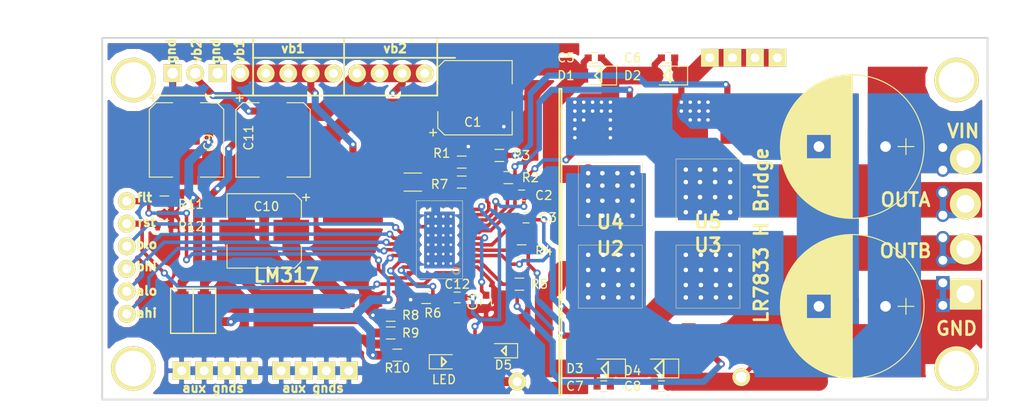
<source format=kicad_pcb>
(kicad_pcb (version 20171130) (host pcbnew 5.0.0-rc2-dev-unknown-94c7809~62~ubuntu16.04.1)
  (layers (0 F.Cu signal) (31 B.Cu signal) (34 B.Paste user) (35 F.Paste user) (36 B.SilkS user) (37 F.SilkS user) (38 B.Mask user) (39 F.Mask user) (44 Edge.Cuts user))
  (net 0 "")
  (net 1 GND)
  (net 2 /vmot)
  (net 3 "Net-(C2-Pad1)")
  (net 4 /out_a)
  (net 5 /out_b)
  (net 6 "Net-(C3-Pad1)")
  (net 7 "Net-(C4-Pad2)")
  (net 8 /vbus1)
  (net 9 /vbus2)
  (net 10 "Net-(C12-Pad2)")
  (net 11 "Net-(CP_CAP1-Pad2)")
  (net 12 "Net-(CP_CAP1-Pad1)")
  (net 13 "Net-(D6-Pad1)")
  (net 14 /fault)
  (net 15 /rst)
  (net 16 /blo)
  (net 17 /bhi)
  (net 18 /alo)
  (net 19 /ahi)
  (net 20 "Net-(R1-Pad1)")
  (net 21 /gha)
  (net 22 "Net-(R2-Pad2)")
  (net 23 "Net-(R3-Pad2)")
  (net 24 /gla)
  (net 25 "Net-(R4-Pad2)")
  (net 26 /ghb)
  (net 27 /glb)
  (net 28 "Net-(R5-Pad2)")
  (net 29 "Net-(R6-Pad2)")
  (net 30 "Net-(R8-Pad1)")
  (net 31 /vlogic)
  (module KL_CONNECTORS:KL_port_4X1 (layer F.Cu) (at 72.52 -37.23)
    (fp_text reference "" (at 0 2.54) (layer F.SilkS) (effects (font (size 1.5 1.5))))
    (fp_text value "" (at 0 -5.08) (layer F.SilkS) (effects (font (size 1.5 1.5))))
    (pad 4 thru_hole rect (at 3.81 -1.27) (size 2 2) (drill 1) (layers *.Cu *.Mask F.SilkS) (net 1 GND))
    (pad 3 thru_hole rect (at 1.27 -1.27) (size 2 2) (drill 1) (layers *.Cu *.Mask F.SilkS) (net 1 GND))
    (pad 2 thru_hole rect (at -1.27 -1.27) (size 2 2) (drill 1) (layers *.Cu *.Mask F.SilkS) (net 1 GND))
    (pad 1 thru_hole rect (at -3.81 -1.27) (size 2 2) (drill 1) (layers *.Cu *.Mask F.SilkS) (net 1 GND))
  )
  (module KL_CONNECTORS:KL_port_4X1 (layer F.Cu) (at 13 -1.98)
    (fp_text reference "" (at 0 2.54) (layer F.SilkS) (effects (font (size 1.5 1.5))))
    (fp_text value "" (at 0 -5.08) (layer F.SilkS) (effects (font (size 1.5 1.5))))
    (pad 4 thru_hole rect (at 3.81 -1.27) (size 2 2) (drill 1) (layers *.Cu *.Mask F.SilkS) (net 1 GND))
    (pad 3 thru_hole rect (at 1.27 -1.27) (size 2 2) (drill 1) (layers *.Cu *.Mask F.SilkS) (net 1 GND))
    (pad 2 thru_hole rect (at -1.27 -1.27) (size 2 2) (drill 1) (layers *.Cu *.Mask F.SilkS) (net 1 GND))
    (pad 1 thru_hole rect (at -3.81 -1.27) (size 2 2) (drill 1) (layers *.Cu *.Mask F.SilkS) (net 1 GND))
  )
  (module KL_CONNECTORS:KL_port_1X1 (layer F.Cu) (at 3.25 -39.73)
    (fp_text reference "" (at 2.54 1.27) (layer F.SilkS) (effects (font (size 1.5 1.5))))
    (fp_text value "" (at -2.54 1.27) (layer F.SilkS) (effects (font (size 1.5 1.5))))
    (pad "" thru_hole circle (at 0.5 3.73) (size 5 5) (drill 4) (layers *.Cu *.Mask F.SilkS) (clearance 1))
  )
  (module KL_CONNECTORS:KL_port_1X1 (layer F.Cu) (at -8.5 -1.23)
    (fp_text reference "" (at 2.54 1.27) (layer F.SilkS) (effects (font (size 1.5 1.5))))
    (fp_text value "" (at -2.54 1.27) (layer F.SilkS) (effects (font (size 1.5 1.5))))
    (pad "" thru_hole circle (at 12.25 -2.27) (size 5 5) (drill 4) (layers *.Cu *.Mask F.SilkS) (clearance 1))
  )
  (module KL_CONNECTORS:KL_port_1X1 (layer F.Cu) (at 96.5 -2.23)
    (fp_text reference "" (at 2.54 1.27) (layer F.SilkS) (effects (font (size 1.5 1.5))))
    (fp_text value "" (at -2.54 1.27) (layer F.SilkS) (effects (font (size 1.5 1.5))))
    (pad "" thru_hole circle (at 0 -1.27) (size 5 5) (drill 4) (layers *.Cu *.Mask F.SilkS) (clearance 1))
  )
  (module KL_TRANSISTOR_DIODES:DPak_TO252AA_thermals (layer F.Cu) (at 57.5 -25.5 180)
    (fp_text reference U2 (at 0 -8.5 180) (layer F.SilkS) (effects (font (size 1.524 1.524) (thickness 0.3048))))
    (fp_text value "" (at 0 9 180) (layer F.SilkS) (effects (font (size 1.524 1.524) (thickness 0.3048))))
    (pad 4 thru_hole rect (at 0.9 0 180) (size 1.778 1.778) (drill 0.508) (layers *.Cu *.Mask) (net 2 /vmot))
    (pad 4 thru_hole rect (at -0.8 0 180) (size 1.778 1.778) (drill 0.508) (layers *.Cu *.Mask) (net 2 /vmot))
    (pad 4 thru_hole rect (at -2.5 0 180) (size 1.778 1.778) (drill 0.508) (layers *.Cu *.Mask) (net 2 /vmot))
    (pad 4 thru_hole rect (at 2.5 0 180) (size 1.778 1.778) (drill 0.508) (layers *.Cu *.Mask) (net 2 /vmot))
    (pad 4 thru_hole rect (at 2.5 -1.4 180) (size 1.778 1.778) (drill 0.508) (layers *.Cu *.Mask) (net 2 /vmot))
    (pad 4 thru_hole rect (at -2.5 -1.4 180) (size 1.778 1.778) (drill 0.508) (layers *.Cu *.Mask) (net 2 /vmot))
    (pad 4 thru_hole rect (at -0.8 -1.4 180) (size 1.778 1.778) (drill 0.508) (layers *.Cu *.Mask) (net 2 /vmot))
    (pad 4 thru_hole rect (at 0.9 -1.4 180) (size 1.778 1.778) (drill 0.508) (layers *.Cu *.Mask) (net 2 /vmot))
    (pad 4 thru_hole rect (at -2.5 -3.1 180) (size 1.778 1.778) (drill 0.508) (layers *.Cu *.Mask) (net 2 /vmot))
    (pad 4 thru_hole rect (at 2.5 -3.1 180) (size 1.778 1.778) (drill 0.508) (layers *.Cu *.Mask) (net 2 /vmot))
    (pad 4 thru_hole rect (at 0.9 -3.1 180) (size 1.778 1.778) (drill 0.508) (layers *.Cu *.Mask) (net 2 /vmot))
    (pad 4 thru_hole rect (at -0.8 -3.1 180) (size 1.778 1.778) (drill 0.508) (layers *.Cu *.Mask) (net 2 /vmot))
    (pad 4 thru_hole rect (at 2.5 -4.8 180) (size 1.778 1.778) (drill 0.508) (layers *.Cu *.Mask) (net 2 /vmot))
    (pad 4 thru_hole rect (at 0.9 -4.8 180) (size 1.778 1.778) (drill 0.508) (layers *.Cu *.Mask) (net 2 /vmot))
    (pad 4 thru_hole rect (at -0.8 -4.8 180) (size 1.778 1.778) (drill 0.508) (layers *.Cu *.Mask) (net 2 /vmot))
    (pad 4 thru_hole rect (at -2.5 -4.8 180) (size 1.778 1.778) (drill 0.508) (layers *.Cu *.Mask) (net 2 /vmot))
    (pad 1 smd rect (at -2.18 4.3 180) (size 1.55 2.78) (layers F.Cu F.Paste F.Mask) (net 22 "Net-(R2-Pad2)"))
    (pad 3 smd rect (at 2.18 4.3 180) (size 1.55 2.78) (layers F.Cu F.Paste F.Mask) (net 4 /out_a))
  )
  (module Capacitors_SMD:CP_Elec_8x5.4 (layer F.Cu) (at 42.25 -34)
    (fp_text reference C1 (at -0.25 2.75) (layer F.SilkS))
    (fp_text value "")
    (fp_text user + (at -4.72 3.85) (layer F.SilkS))
    (pad 2 smd rect (at 3.05 0 180) (size 4 2.5) (layers F.Cu F.Paste F.Mask) (net 1 GND))
    (pad 1 smd rect (at -3.05 0 180) (size 4 2.5) (layers F.Cu F.Paste F.Mask) (net 2 /vmot))
  )
  (module Capacitors_SMD:C_0603 (layer F.Cu) (at 47.5 -23)
    (fp_text reference C2 (at 2.5 0) (layer F.SilkS))
    (fp_text value "")
    (pad 1 smd rect (at -0.75 0) (size 0.8 0.75) (layers F.Cu F.Paste F.Mask) (net 3 "Net-(C2-Pad1)"))
    (pad 2 smd rect (at 0.75 0) (size 0.8 0.75) (layers F.Cu F.Paste F.Mask) (net 4 /out_a))
  )
  (module Capacitors_SMD:C_0603 (layer F.Cu) (at 48 -20.5)
    (fp_text reference C3 (at 2.5 0) (layer F.SilkS))
    (fp_text value "")
    (pad 2 smd rect (at 0.75 0) (size 0.8 0.75) (layers F.Cu F.Paste F.Mask) (net 5 /out_b))
    (pad 1 smd rect (at -0.75 0) (size 0.8 0.75) (layers F.Cu F.Paste F.Mask) (net 6 "Net-(C3-Pad1)"))
  )
  (module Capacitors_SMD:C_0603 (layer F.Cu) (at 43.5 -11 90)
    (fp_text reference C4 (at 0 -1.5 90) (layer F.SilkS))
    (fp_text value "")
    (pad 1 smd rect (at -0.75 0 90) (size 0.8 0.75) (layers F.Cu F.Paste F.Mask) (net 1 GND))
    (pad 2 smd rect (at 0.75 0 90) (size 0.8 0.75) (layers F.Cu F.Paste F.Mask) (net 7 "Net-(C4-Pad2)"))
  )
  (module Capacitors_SMD:C_0603 (layer F.Cu) (at 55.75 -38.5)
    (fp_text reference C5 (at -3.25 0) (layer F.SilkS))
    (fp_text value "")
    (pad 2 smd rect (at 0.75 0) (size 0.8 0.75) (layers F.Cu F.Paste F.Mask) (net 4 /out_a))
    (pad 1 smd rect (at -0.75 0) (size 0.8 0.75) (layers F.Cu F.Paste F.Mask) (net 2 /vmot))
  )
  (module Capacitors_SMD:C_0603 (layer F.Cu) (at 64 -38.5)
    (fp_text reference C6 (at -4 0) (layer F.SilkS))
    (fp_text value "")
    (pad 2 smd rect (at 0.75 0) (size 0.8 0.75) (layers F.Cu F.Paste F.Mask) (net 1 GND))
    (pad 1 smd rect (at -0.75 0) (size 0.8 0.75) (layers F.Cu F.Paste F.Mask) (net 4 /out_a))
  )
  (module Capacitors_SMD:C_0603 (layer F.Cu) (at 56.75 -1.5)
    (fp_text reference C7 (at -3.25 0) (layer F.SilkS))
    (fp_text value "")
    (pad 1 smd rect (at -0.75 0) (size 0.8 0.75) (layers F.Cu F.Paste F.Mask) (net 2 /vmot))
    (pad 2 smd rect (at 0.75 0) (size 0.8 0.75) (layers F.Cu F.Paste F.Mask) (net 5 /out_b))
  )
  (module Capacitors_SMD:C_0603 (layer F.Cu) (at 63.25 -1.5)
    (fp_text reference C8 (at -3.25 0) (layer F.SilkS))
    (fp_text value "")
    (pad 1 smd rect (at -0.75 0) (size 0.8 0.75) (layers F.Cu F.Paste F.Mask) (net 5 /out_b))
    (pad 2 smd rect (at 0.75 0) (size 0.8 0.75) (layers F.Cu F.Paste F.Mask) (net 1 GND))
  )
  (module Capacitors_SMD:CP_Elec_8x5.4 (layer F.Cu) (at 9.75 -29.25 270)
    (fp_text reference C9 (at 0.25 -2.5 270) (layer F.SilkS))
    (fp_text value "")
    (fp_text user + (at -4.72 3.85 270) (layer F.SilkS))
    (pad 2 smd rect (at 3.05 0 90) (size 4 2.5) (layers F.Cu F.Paste F.Mask) (net 1 GND))
    (pad 1 smd rect (at -3.05 0 90) (size 4 2.5) (layers F.Cu F.Paste F.Mask) (net 8 /vbus1))
  )
  (module Capacitors_SMD:CP_Elec_8x5.4 (layer F.Cu) (at 18.5 -19 180)
    (fp_text reference C10 (at -0.25 2.75 180) (layer F.SilkS))
    (fp_text value "")
    (fp_text user + (at -4.72 3.85 180) (layer F.SilkS))
    (pad 1 smd rect (at -3.05 0) (size 4 2.5) (layers F.Cu F.Paste F.Mask) (net 2 /vmot))
    (pad 2 smd rect (at 3.05 0) (size 4 2.5) (layers F.Cu F.Paste F.Mask) (net 1 GND))
  )
  (module Capacitors_SMD:CP_Elec_8x5.4 (layer F.Cu) (at 19.5 -29.25 270)
    (fp_text reference C11 (at -0.25 2.75 270) (layer F.SilkS))
    (fp_text value "")
    (fp_text user + (at -4.72 3.85 270) (layer F.SilkS))
    (pad 1 smd rect (at -3.05 0 90) (size 4 2.5) (layers F.Cu F.Paste F.Mask) (net 9 /vbus2))
    (pad 2 smd rect (at 3.05 0 90) (size 4 2.5) (layers F.Cu F.Paste F.Mask) (net 1 GND))
  )
  (module Capacitors_SMD:C_0603 (layer F.Cu) (at 40.25 -11.5)
    (fp_text reference C12 (at 0 -1.5) (layer F.SilkS))
    (fp_text value bc)
    (pad 2 smd rect (at 0.75 0) (size 0.8 0.75) (layers F.Cu F.Paste F.Mask) (net 10 "Net-(C12-Pad2)"))
    (pad 1 smd rect (at -0.75 0) (size 0.8 0.75) (layers F.Cu F.Paste F.Mask) (net 1 GND))
  )
  (module Capacitors_SMD:C_1206 (layer F.Cu) (at 35.25 -24.5)
    (fp_text reference "" (at 0 -1.75) (layer F.SilkS))
    (fp_text value "")
    (pad 2 smd rect (at 1.5 0) (size 1 1.6) (layers F.Cu F.Paste F.Mask) (net 11 "Net-(CP_CAP1-Pad2)"))
    (pad 1 smd rect (at -1.5 0) (size 1 1.6) (layers F.Cu F.Paste F.Mask) (net 12 "Net-(CP_CAP1-Pad1)"))
  )
  (module Diodes_SMD:D_1206 (layer F.Cu) (at 56 -36.5 180)
    (fp_text reference D1 (at 3.5 0 180) (layer F.SilkS))
    (fp_text value "")
    (pad 2 smd rect (at 1.5 0 180) (size 1 1.6) (layers F.Cu F.Paste F.Mask) (net 2 /vmot))
    (pad 1 smd rect (at -1.5 0 180) (size 1 1.6) (layers F.Cu F.Paste F.Mask) (net 4 /out_a))
  )
  (module Diodes_SMD:D_1206 (layer F.Cu) (at 64 -36.5 180)
    (fp_text reference D2 (at 4 0 180) (layer F.SilkS))
    (fp_text value "")
    (pad 2 smd rect (at 1.5 0 180) (size 1 1.6) (layers F.Cu F.Paste F.Mask) (net 4 /out_a))
    (pad 1 smd rect (at -1.5 0 180) (size 1 1.6) (layers F.Cu F.Paste F.Mask) (net 1 GND))
  )
  (module Diodes_SMD:D_1206 (layer F.Cu) (at 57 -3.5 180)
    (fp_text reference D3 (at 3.5 0 180) (layer F.SilkS))
    (fp_text value "")
    (pad 1 smd rect (at -1.5 0 180) (size 1 1.6) (layers F.Cu F.Paste F.Mask) (net 5 /out_b))
    (pad 2 smd rect (at 1.5 0 180) (size 1 1.6) (layers F.Cu F.Paste F.Mask) (net 2 /vmot))
  )
  (module Diodes_SMD:D_1206 (layer F.Cu) (at 63 -3.5 180)
    (fp_text reference D4 (at 3 -0.25 180) (layer F.SilkS))
    (fp_text value "")
    (pad 2 smd rect (at 1.5 0 180) (size 1 1.6) (layers F.Cu F.Paste F.Mask) (net 5 /out_b))
    (pad 1 smd rect (at -1.5 0 180) (size 1 1.6) (layers F.Cu F.Paste F.Mask) (net 1 GND))
  )
  (module Diodes_SMD:D_0805 (layer F.Cu) (at 45.45 -5.5 180)
    (fp_text reference D5 (at 0 -1.6 180) (layer F.SilkS))
    (fp_text value "")
    (pad 2 smd rect (at 1.05 0 180) (size 0.8 0.9) (layers F.Cu F.Paste F.Mask) (net 10 "Net-(C12-Pad2)"))
    (pad 1 smd rect (at -1.05 0 180) (size 0.8 0.9) (layers F.Cu F.Paste F.Mask) (net 2 /vmot))
  )
  (module Diodes_SMD:D_0805 (layer F.Cu) (at 38.7 -4.25)
    (fp_text reference LED (at 0.05 2) (layer F.SilkS))
    (fp_text value "")
    (pad 1 smd rect (at -1.05 0) (size 0.8 0.9) (layers F.Cu F.Paste F.Mask) (net 13 "Net-(D6-Pad1)"))
    (pad 2 smd rect (at 1.05 0) (size 0.8 0.9) (layers F.Cu F.Paste F.Mask) (net 1 GND))
  )
  (module KL_CONNECTORS:KL_port_6X1 (layer F.Cu) (at 1.75 -16 270)
    (fp_text reference "" (at 0 2.54 270) (layer F.SilkS) (effects (font (size 1.5 1.5))))
    (fp_text value "" (at 0 1 270) (layer F.SilkS) (effects (font (size 1.5 1.5))))
    (pad 1 thru_hole circle (at -6.35 -1.27 270) (size 2 2) (drill 1.016) (layers *.Cu *.Mask F.SilkS) (net 14 /fault))
    (pad 2 thru_hole circle (at -3.81 -1.27 270) (size 2 2) (drill 1.016) (layers *.Cu *.Mask F.SilkS) (net 15 /rst))
    (pad 3 thru_hole circle (at -1.27 -1.27 270) (size 2 2) (drill 1.016) (layers *.Cu *.Mask F.SilkS) (net 16 /blo))
    (pad 4 thru_hole circle (at 1.27 -1.27 270) (size 2 2) (drill 1.016) (layers *.Cu *.Mask F.SilkS) (net 17 /bhi))
    (pad 5 thru_hole circle (at 3.81 -1.27 270) (size 2 2) (drill 1.016) (layers *.Cu *.Mask F.SilkS) (net 18 /alo))
    (pad 6 thru_hole circle (at 6.35 -1.27 270) (size 2 2) (drill 1.016) (layers *.Cu *.Mask F.SilkS) (net 19 /ahi))
  )
  (module KL_CONNECTORS:KL_port_4X1_HI_CRNT (layer F.Cu) (at 97.5 -19.5 90)
    (fp_text reference "" (at 0 3.81 90) (layer F.SilkS) (effects (font (size 1.5 1.5))))
    (fp_text value "" (at 0.1 6.35 90) (layer F.SilkS) (effects (font (size 1.5 1.5))))
    (pad 4 thru_hole circle (at 7.62 0 90) (size 3.5 3.5) (drill 2) (layers *.Cu *.Mask F.SilkS) (net 2 /vmot))
    (pad 3 thru_hole circle (at 2.54 0 90) (size 3.5 3.5) (drill 2) (layers *.Cu *.Mask F.SilkS) (net 4 /out_a))
    (pad 2 thru_hole circle (at -2.54 0 90) (size 3.5 3.5) (drill 2) (layers *.Cu *.Mask F.SilkS) (net 5 /out_b))
    (pad 1 thru_hole rect (at -7.62 0 90) (size 3.5 3.5) (drill 2) (layers *.Cu *.Mask F.SilkS) (net 1 GND))
    (pad 2 thru_hole circle (at -3.81 -2.54 90) (size 1.524 1.524) (drill 1) (layers *.Cu *.Mask) (net 5 /out_b))
    (pad 1 thru_hole rect (at -6.35 -2.54 90) (size 1.524 1.524) (drill 1) (layers *.Cu *.Mask) (net 1 GND))
    (pad 2 thru_hole circle (at -1.27 -2.54 90) (size 1.524 1.524) (drill 1) (layers *.Cu *.Mask) (net 5 /out_b))
    (pad 3 thru_hole circle (at 1.27 -2.54 90) (size 1.524 1.524) (drill 1) (layers *.Cu *.Mask) (net 4 /out_a))
    (pad 3 thru_hole circle (at 3.81 -2.54 90) (size 1.524 1.524) (drill 1) (layers *.Cu *.Mask) (net 4 /out_a))
    (pad 4 thru_hole circle (at 6.35 -2.54 90) (size 1.524 1.524) (drill 1) (layers *.Cu *.Mask) (net 2 /vmot))
    (pad 1 thru_hole rect (at -8.89 -2.54 90) (size 1.524 1.524) (drill 1) (layers *.Cu *.Mask) (net 1 GND))
    (pad 4 thru_hole circle (at 8.89 -2.54 90) (size 1.524 1.524) (drill 1) (layers *.Cu *.Mask) (net 2 /vmot))
  )
  (module KL_CONNECTORS:KL_port_4X1 (layer F.Cu) (at 12 -35.5)
    (fp_text reference "" (at 0 2.54) (layer F.SilkS) (effects (font (size 1.5 1.5))))
    (fp_text value "" (at -2.27 -4.27) (layer F.SilkS) (effects (font (size 1.5 1.5))))
    (pad 4 thru_hole circle (at 3.81 -1.27) (size 2 2) (drill 1.2) (layers *.Cu *.Mask F.SilkS) (net 8 /vbus1))
    (pad 3 thru_hole rect (at 1.27 -1.27) (size 2 2) (drill 1.2) (layers *.Cu *.Mask F.SilkS) (net 1 GND))
    (pad 2 thru_hole circle (at -1.27 -1.27) (size 2 2) (drill 1.2) (layers *.Cu *.Mask F.SilkS) (net 9 /vbus2))
    (pad 1 thru_hole rect (at -3.81 -1.27) (size 2 2) (drill 1.2) (layers *.Cu *.Mask F.SilkS) (net 1 GND))
  )
  (module KL_CONNECTORS:KL_port_4X1 (layer F.Cu) (at 24.23 -1.98)
    (fp_text reference "" (at 0 2.54) (layer F.SilkS) (effects (font (size 1.5 1.5))))
    (fp_text value "" (at 0 -5.08) (layer F.SilkS) (effects (font (size 1.5 1.5))))
    (pad 1 thru_hole rect (at -3.81 -1.27) (size 2 2) (drill 1) (layers *.Cu *.Mask F.SilkS) (net 1 GND))
    (pad 2 thru_hole rect (at -1.27 -1.27) (size 2 2) (drill 1) (layers *.Cu *.Mask F.SilkS) (net 1 GND))
    (pad 3 thru_hole rect (at 1.27 -1.27) (size 2 2) (drill 1) (layers *.Cu *.Mask F.SilkS) (net 1 GND))
    (pad 4 thru_hole rect (at 3.81 -1.27) (size 2 2) (drill 1) (layers *.Cu *.Mask F.SilkS) (net 1 GND))
  )
  (module KL_CONNECTORS:KL_port_4X1 (layer F.Cu) (at 32.77 -35.48)
    (fp_text reference "" (at 0 2.54) (layer F.SilkS) (effects (font (size 1.5 1.5))))
    (fp_text value "" (at 0.27 -2.27) (layer F.SilkS) (effects (font (size 1.5 1.5))))
    (pad 1 thru_hole circle (at -3.81 -1.27) (size 2 2) (drill 1) (layers *.Cu *.Mask F.SilkS) (net 9 /vbus2))
    (pad 2 thru_hole circle (at -1.27 -1.27) (size 2 2) (drill 1) (layers *.Cu *.Mask F.SilkS) (net 9 /vbus2))
    (pad 3 thru_hole circle (at 1.27 -1.27) (size 2 2) (drill 1) (layers *.Cu *.Mask F.SilkS) (net 9 /vbus2))
    (pad 4 thru_hole circle (at 3.81 -1.27) (size 2 2) (drill 1) (layers *.Cu *.Mask F.SilkS) (net 9 /vbus2))
  )
  (module KL_CONNECTORS:KL_port_4X1 (layer F.Cu) (at 22.48 -35.48)
    (fp_text reference "" (at -4.69 -9.27) (layer F.SilkS) (effects (font (size 1.5 1.5))))
    (fp_text value "" (at 0 -5.08) (layer F.SilkS) (effects (font (size 1.5 1.5))))
    (pad 4 thru_hole circle (at 3.81 -1.27) (size 2 2) (drill 1) (layers *.Cu *.Mask F.SilkS) (net 8 /vbus1))
    (pad 3 thru_hole circle (at 1.27 -1.27) (size 2 2) (drill 1) (layers *.Cu *.Mask F.SilkS) (net 8 /vbus1))
    (pad 2 thru_hole circle (at -1.27 -1.27) (size 2 2) (drill 1) (layers *.Cu *.Mask F.SilkS) (net 8 /vbus1))
    (pad 1 thru_hole circle (at -3.81 -1.27) (size 2 2) (drill 1) (layers *.Cu *.Mask F.SilkS) (net 8 /vbus1))
  )
  (module Capacitors_THT:CP_Radial_D16.0mm_P7.50mm (layer F.Cu) (at 88.5 -28.5 180)
    (fp_text reference "" (at 3.75 -9.31 180) (layer F.SilkS))
    (fp_text value "")
    (pad 2 thru_hole circle (at 7.5 0 180) (size 2.4 2.4) (drill 1.2) (layers *.Cu *.Mask) (net 1 GND))
    (pad 1 thru_hole circle (at 0 0 180) (size 2.4 2.4) (drill 1.2) (layers *.Cu *.Mask) (net 2 /vmot))
  )
  (module Capacitors_THT:CP_Radial_D16.0mm_P7.50mm (layer F.Cu) (at 88.5 -10.5 180)
    (fp_text reference "" (at 3.75 -9.31 180) (layer F.SilkS))
    (fp_text value pc)
    (pad 1 thru_hole rect (at 0 0 180) (size 2.4 2.4) (drill 1.2) (layers *.Cu *.Mask) (net 2 /vmot))
    (pad 2 thru_hole circle (at 7.5 0 180) (size 2.4 2.4) (drill 1.2) (layers *.Cu *.Mask) (net 1 GND))
  )
  (module Resistors_SMD:R_0603 (layer F.Cu) (at 40.75 -26.75)
    (fp_text reference R1 (at -2.25 -1) (layer F.SilkS))
    (fp_text value R390)
    (pad 2 smd rect (at 0.75 0) (size 0.5 0.9) (layers F.Cu F.Paste F.Mask) (net 1 GND))
    (pad 1 smd rect (at -0.75 0) (size 0.5 0.9) (layers F.Cu F.Paste F.Mask) (net 20 "Net-(R1-Pad1)"))
  )
  (module Resistors_SMD:R_0603 (layer F.Cu) (at 46 -25)
    (fp_text reference R2 (at 2.5 0) (layer F.SilkS))
    (fp_text value "")
    (pad 1 smd rect (at -0.75 0) (size 0.5 0.9) (layers F.Cu F.Paste F.Mask) (net 21 /gha))
    (pad 2 smd rect (at 0.75 0) (size 0.5 0.9) (layers F.Cu F.Paste F.Mask) (net 22 "Net-(R2-Pad2)"))
  )
  (module Resistors_SMD:R_0603 (layer F.Cu) (at 45 -27.5)
    (fp_text reference R3 (at 2.5 0) (layer F.SilkS))
    (fp_text value R)
    (pad 2 smd rect (at 0.75 0) (size 0.5 0.9) (layers F.Cu F.Paste F.Mask) (net 23 "Net-(R3-Pad2)"))
    (pad 1 smd rect (at -0.75 0) (size 0.5 0.9) (layers F.Cu F.Paste F.Mask) (net 24 /gla))
  )
  (module Resistors_SMD:R_0603 (layer F.Cu) (at 47.5 -16.75)
    (fp_text reference R4 (at 2.5 0) (layer F.SilkS))
    (fp_text value "")
    (pad 2 smd rect (at 0.75 0) (size 0.5 0.9) (layers F.Cu F.Paste F.Mask) (net 25 "Net-(R4-Pad2)"))
    (pad 1 smd rect (at -0.75 0) (size 0.5 0.9) (layers F.Cu F.Paste F.Mask) (net 26 /ghb))
  )
  (module Resistors_SMD:R_0603 (layer F.Cu) (at 47.25 -13)
    (fp_text reference R5 (at 2.25 0) (layer F.SilkS))
    (fp_text value "")
    (pad 1 smd rect (at -0.75 0) (size 0.5 0.9) (layers F.Cu F.Paste F.Mask) (net 27 /glb))
    (pad 2 smd rect (at 0.75 0) (size 0.5 0.9) (layers F.Cu F.Paste F.Mask) (net 28 "Net-(R5-Pad2)"))
  )
  (module Resistors_SMD:R_0603 (layer F.Cu) (at 36.75 -11.5)
    (fp_text reference R6 (at 0.75 1.75) (layer F.SilkS))
    (fp_text value "")
    (pad 1 smd rect (at -0.75 0) (size 0.5 0.9) (layers F.Cu F.Paste F.Mask) (net 1 GND))
    (pad 2 smd rect (at 0.75 0) (size 0.5 0.9) (layers F.Cu F.Paste F.Mask) (net 29 "Net-(R6-Pad2)"))
  )
  (module Resistors_SMD:R_0603 (layer F.Cu) (at 40.75 -24.5)
    (fp_text reference R7 (at -2.5 0.25) (layer F.SilkS))
    (fp_text value R240)
    (pad 1 smd rect (at -0.75 0) (size 0.5 0.9) (layers F.Cu F.Paste F.Mask) (net 8 /vbus1))
    (pad 2 smd rect (at 0.75 0) (size 0.5 0.9) (layers F.Cu F.Paste F.Mask) (net 20 "Net-(R1-Pad1)"))
  )
  (module Resistors_SMD:R_0603 (layer F.Cu) (at 32.75 -9.5 180)
    (fp_text reference R8 (at -2.25 0 180) (layer F.SilkS))
    (fp_text value "")
    (pad 2 smd rect (at 0.75 0 180) (size 0.5 0.9) (layers F.Cu F.Paste F.Mask) (net 1 GND))
    (pad 1 smd rect (at -0.75 0 180) (size 0.5 0.9) (layers F.Cu F.Paste F.Mask) (net 30 "Net-(R8-Pad1)"))
  )
  (module Resistors_SMD:R_0603 (layer F.Cu) (at 32.75 -7.5)
    (fp_text reference R9 (at 2.25 0) (layer F.SilkS))
    (fp_text value "")
    (pad 2 smd rect (at 0.75 0) (size 0.5 0.9) (layers F.Cu F.Paste F.Mask) (net 30 "Net-(R8-Pad1)"))
    (pad 1 smd rect (at -0.75 0) (size 0.5 0.9) (layers F.Cu F.Paste F.Mask) (net 9 /vbus2))
  )
  (module Resistors_SMD:R_0603 (layer F.Cu) (at 33.5 -5 180)
    (fp_text reference R10 (at 0 -1.45 180) (layer F.SilkS))
    (fp_text value "")
    (pad 1 smd rect (at -0.75 0 180) (size 0.5 0.9) (layers F.Cu F.Paste F.Mask) (net 13 "Net-(D6-Pad1)"))
    (pad 2 smd rect (at 0.75 0 180) (size 0.5 0.9) (layers F.Cu F.Paste F.Mask) (net 31 /vlogic))
  )
  (module Resistors_SMD:R_0603 (layer F.Cu) (at 7.25 -22.25)
    (fp_text reference R11 (at 3 0.25) (layer F.SilkS))
    (fp_text value "")
    (pad 2 smd rect (at 0.75 0) (size 0.5 0.9) (layers F.Cu F.Paste F.Mask) (net 1 GND))
    (pad 1 smd rect (at -0.75 0) (size 0.5 0.9) (layers F.Cu F.Paste F.Mask) (net 14 /fault))
  )
  (module Resistors_SMD:R_0603 (layer F.Cu) (at 7.25 -19.5)
    (fp_text reference R12 (at 3 0) (layer F.SilkS))
    (fp_text value "")
    (pad 1 smd rect (at -0.75 0) (size 0.5 0.9) (layers F.Cu F.Paste F.Mask) (net 15 /rst))
    (pad 2 smd rect (at 0.75 0) (size 0.5 0.9) (layers F.Cu F.Paste F.Mask) (net 1 GND))
  )
  (module KL_TRANSISTOR_DIODES:DPak_TO252AA (layer F.Cu) (at 28.5 -25.5 180)
    (fp_text reference "" (at 0 -8.5 180) (layer F.SilkS) (effects (font (size 1.524 1.524) (thickness 0.3048))))
    (fp_text value "" (at 0 -7.335 180) (layer F.SilkS) (effects (font (size 1.524 1.524) (thickness 0.3048))))
    (pad 1 smd rect (at -2.18 4.3 180) (size 1.55 2.78) (layers F.Cu F.Paste F.Mask) (net 20 "Net-(R1-Pad1)"))
    (pad 2 smd rect (at 0 -2.335 180) (size 6.74 6.73) (layers F.Cu F.Paste F.Mask) (net 8 /vbus1))
    (pad 3 smd rect (at 2.18 4.3 180) (size 1.55 2.78) (layers F.Cu F.Paste F.Mask) (net 2 /vmot))
  )
  (module KL_TRANSISTOR_DIODES:DPak_TO252AA (layer F.Cu) (at 23 -9 90)
    (fp_text reference "" (at 0 -8.5 90) (layer F.SilkS) (effects (font (size 1.524 1.524) (thickness 0.3048))))
    (fp_text value LM317 (at 5 -2 180) (layer F.SilkS) (effects (font (size 1.524 1.524) (thickness 0.3048))))
    (pad 3 smd rect (at 2.18 4.3 90) (size 1.55 2.78) (layers F.Cu F.Paste F.Mask) (net 2 /vmot))
    (pad 4 smd rect (at 0 -2.335 90) (size 6.74 6.73) (layers F.Cu F.Paste F.Mask) (net 9 /vbus2))
    (pad 1 smd rect (at -2.18 4.3 90) (size 1.55 2.78) (layers F.Cu F.Paste F.Mask) (net 30 "Net-(R8-Pad1)"))
  )
  (module KL_ICS:KL_A4940 (layer F.Cu) (at 38.25 -18.5 180)
    (fp_text reference "" (at 0 -5.9 180) (layer F.SilkS))
    (fp_text value A4940)
    (pad 25 thru_hole rect (at -1.275 -3.16875 180) (size 0.89 1.1) (drill 0.3) (layers *.Cu *.Mask) (net 1 GND))
    (pad 25 thru_hole rect (at -0.425 -3.16875 180) (size 0.89 1.1) (drill 0.3) (layers *.Cu *.Mask) (net 1 GND))
    (pad 25 thru_hole rect (at 1.275 -3.16875 180) (size 0.89 1.1) (drill 0.3) (layers *.Cu *.Mask) (net 1 GND))
    (pad 25 thru_hole rect (at 0.425 -3.16875 180) (size 0.89 1.1) (drill 0.3) (layers *.Cu *.Mask) (net 1 GND))
    (pad 25 thru_hole rect (at 0.425 -2.1125 180) (size 0.89 1.1) (drill 0.3) (layers *.Cu *.Mask) (net 1 GND))
    (pad 25 thru_hole rect (at 1.275 -2.1125 180) (size 0.89 1.1) (drill 0.3) (layers *.Cu *.Mask) (net 1 GND))
    (pad 25 thru_hole rect (at -0.425 -2.1125 180) (size 0.89 1.1) (drill 0.3) (layers *.Cu *.Mask) (net 1 GND))
    (pad 25 thru_hole rect (at -1.275 -2.1125 180) (size 0.89 1.1) (drill 0.3) (layers *.Cu *.Mask) (net 1 GND))
    (pad 25 thru_hole rect (at -1.275 -1.05625 180) (size 0.89 1.1) (drill 0.3) (layers *.Cu *.Mask) (net 1 GND))
    (pad 25 thru_hole rect (at -0.425 -1.05625 180) (size 0.89 1.1) (drill 0.3) (layers *.Cu *.Mask) (net 1 GND))
    (pad 25 thru_hole rect (at 1.275 -1.05625 180) (size 0.89 1.1) (drill 0.3) (layers *.Cu *.Mask) (net 1 GND))
    (pad 25 thru_hole rect (at 0.425 -1.05625 180) (size 0.89 1.1) (drill 0.3) (layers *.Cu *.Mask) (net 1 GND))
    (pad 25 thru_hole rect (at 0.425 0 180) (size 0.89 1.1) (drill 0.3) (layers *.Cu *.Mask) (net 1 GND))
    (pad 25 thru_hole rect (at 1.275 0 180) (size 0.89 1.1) (drill 0.3) (layers *.Cu *.Mask) (net 1 GND))
    (pad 25 thru_hole rect (at -0.425 0 180) (size 0.89 1.1) (drill 0.3) (layers *.Cu *.Mask) (net 1 GND))
    (pad 25 thru_hole rect (at -1.275 0 180) (size 0.89 1.1) (drill 0.3) (layers *.Cu *.Mask) (net 1 GND))
    (pad 25 thru_hole rect (at -1.275 1.05625 180) (size 0.89 1.1) (drill 0.3) (layers *.Cu *.Mask) (net 1 GND))
    (pad 25 thru_hole rect (at -0.425 1.05625 180) (size 0.89 1.1) (drill 0.3) (layers *.Cu *.Mask) (net 1 GND))
    (pad 25 thru_hole rect (at 1.275 1.05625 180) (size 0.89 1.1) (drill 0.3) (layers *.Cu *.Mask) (net 1 GND))
    (pad 25 thru_hole rect (at 0.425 1.05625 180) (size 0.89 1.1) (drill 0.3) (layers *.Cu *.Mask) (net 1 GND))
    (pad 25 thru_hole rect (at 0.425 2.1125 180) (size 0.89 1.1) (drill 0.3) (layers *.Cu *.Mask) (net 1 GND))
    (pad 25 thru_hole rect (at 1.275 2.1125 180) (size 0.89 1.1) (drill 0.3) (layers *.Cu *.Mask) (net 1 GND))
    (pad 25 thru_hole rect (at -0.425 2.1125 180) (size 0.89 1.1) (drill 0.3) (layers *.Cu *.Mask) (net 1 GND))
    (pad 25 thru_hole rect (at -1.275 2.1125 180) (size 0.89 1.1) (drill 0.3) (layers *.Cu *.Mask) (net 1 GND))
    (pad 24 smd rect (at 3.15 -4.225 180) (size 1.1 0.4) (layers F.Cu F.Paste F.Mask) (net 14 /fault))
    (pad 23 smd rect (at 3.15 -3.575 180) (size 1.1 0.4) (layers F.Cu F.Paste F.Mask) (net 29 "Net-(R6-Pad2)"))
    (pad 22 smd rect (at 3.15 -2.925 180) (size 1.1 0.4) (layers F.Cu F.Paste F.Mask) (net 1 GND))
    (pad 21 smd rect (at 3.15 -2.275 180) (size 1.1 0.4) (layers F.Cu F.Paste F.Mask) (net 31 /vlogic))
    (pad 20 smd rect (at 3.15 -1.625 180) (size 1.1 0.4) (layers F.Cu F.Paste F.Mask) (net 19 /ahi))
    (pad 19 smd rect (at 3.15 -0.975 180) (size 1.1 0.4) (layers F.Cu F.Paste F.Mask) (net 18 /alo))
    (pad 18 smd rect (at 3.15 -0.325 180) (size 1.1 0.4) (layers F.Cu F.Paste F.Mask) (net 17 /bhi))
    (pad 17 smd rect (at 3.15 0.325 180) (size 1.1 0.4) (layers F.Cu F.Paste F.Mask) (net 16 /blo))
    (pad 16 smd rect (at 3.15 0.975 180) (size 1.1 0.4) (layers F.Cu F.Paste F.Mask) (net 1 GND))
    (pad 15 smd rect (at 3.15 1.625 180) (size 1.1 0.4) (layers F.Cu F.Paste F.Mask) (net 1 GND))
    (pad 14 smd rect (at 3.15 2.275 180) (size 1.1 0.4) (layers F.Cu F.Paste F.Mask) (net 12 "Net-(CP_CAP1-Pad1)"))
    (pad 13 smd rect (at 3.15 2.925 180) (size 1.1 0.4) (layers F.Cu F.Paste F.Mask) (net 11 "Net-(CP_CAP1-Pad2)"))
    (pad 12 smd rect (at -3.15 2.925 180) (size 1.1 0.4) (layers F.Cu F.Paste F.Mask) (net 10 "Net-(C12-Pad2)"))
    (pad 11 smd rect (at -3.15 2.275 180) (size 1.1 0.4) (layers F.Cu F.Paste F.Mask) (net 24 /gla))
    (pad 10 smd rect (at -3.15 1.625 180) (size 1.1 0.4) (layers F.Cu F.Paste F.Mask) (net 4 /out_a))
    (pad 9 smd rect (at -3.15 0.975 180) (size 1.1 0.4) (layers F.Cu F.Paste F.Mask) (net 21 /gha))
    (pad 8 smd rect (at -3.15 0.325 180) (size 1.1 0.4) (layers F.Cu F.Paste F.Mask) (net 3 "Net-(C2-Pad1)"))
    (pad 7 smd rect (at -3.15 -0.325 180) (size 1.1 0.4) (layers F.Cu F.Paste F.Mask) (net 7 "Net-(C4-Pad2)"))
    (pad 6 smd rect (at -3.15 -0.975 180) (size 1.1 0.4) (layers F.Cu F.Paste F.Mask) (net 6 "Net-(C3-Pad1)"))
    (pad 5 smd rect (at -3.15 -1.625 180) (size 1.1 0.4) (layers F.Cu F.Paste F.Mask) (net 26 /ghb))
    (pad 4 smd rect (at -3.15 -2.275 180) (size 1.1 0.4) (layers F.Cu F.Paste F.Mask) (net 5 /out_b))
    (pad 3 smd rect (at -3.15 -2.925 180) (size 1.1 0.4) (layers F.Cu F.Paste F.Mask) (net 27 /glb))
    (pad 2 smd rect (at -3.15 -3.575 180) (size 1.1 0.4) (layers F.Cu F.Paste F.Mask) (net 1 GND))
    (pad 1 smd rect (at -3.15 -4.225 180) (size 1.1 0.4) (layers F.Cu F.Paste F.Mask) (net 15 /rst))
  )
  (module KL_TRANSISTOR_DIODES:DPak_TO252AA_thermals (layer F.Cu) (at 68.5 -25.9 180)
    (fp_text reference U3 (at 0 -8.5 180) (layer F.SilkS) (effects (font (size 1.524 1.524) (thickness 0.3048))))
    (fp_text value "" (at 0 9 180) (layer F.SilkS) (effects (font (size 1.524 1.524) (thickness 0.3048))))
    (pad 3 smd rect (at 2.18 4.3 180) (size 1.55 2.78) (layers F.Cu F.Paste F.Mask) (net 1 GND))
    (pad 1 smd rect (at -2.18 4.3 180) (size 1.55 2.78) (layers F.Cu F.Paste F.Mask) (net 23 "Net-(R3-Pad2)"))
    (pad 4 thru_hole rect (at -2.5 -4.8 180) (size 1.778 1.778) (drill 0.508) (layers *.Cu *.Mask) (net 4 /out_a))
    (pad 4 thru_hole rect (at -0.8 -4.8 180) (size 1.778 1.778) (drill 0.508) (layers *.Cu *.Mask) (net 4 /out_a))
    (pad 4 thru_hole rect (at 0.9 -4.8 180) (size 1.778 1.778) (drill 0.508) (layers *.Cu *.Mask) (net 4 /out_a))
    (pad 4 thru_hole rect (at 2.5 -4.8 180) (size 1.778 1.778) (drill 0.508) (layers *.Cu *.Mask) (net 4 /out_a))
    (pad 4 thru_hole rect (at -0.8 -3.1 180) (size 1.778 1.778) (drill 0.508) (layers *.Cu *.Mask) (net 4 /out_a))
    (pad 4 thru_hole rect (at 0.9 -3.1 180) (size 1.778 1.778) (drill 0.508) (layers *.Cu *.Mask) (net 4 /out_a))
    (pad 4 thru_hole rect (at 2.5 -3.1 180) (size 1.778 1.778) (drill 0.508) (layers *.Cu *.Mask) (net 4 /out_a))
    (pad 4 thru_hole rect (at -2.5 -3.1 180) (size 1.778 1.778) (drill 0.508) (layers *.Cu *.Mask) (net 4 /out_a))
    (pad 4 thru_hole rect (at 0.9 -1.4 180) (size 1.778 1.778) (drill 0.508) (layers *.Cu *.Mask) (net 4 /out_a))
    (pad 4 thru_hole rect (at -0.8 -1.4 180) (size 1.778 1.778) (drill 0.508) (layers *.Cu *.Mask) (net 4 /out_a))
    (pad 4 thru_hole rect (at -2.5 -1.4 180) (size 1.778 1.778) (drill 0.508) (layers *.Cu *.Mask) (net 4 /out_a))
    (pad 4 thru_hole rect (at 2.5 -1.4 180) (size 1.778 1.778) (drill 0.508) (layers *.Cu *.Mask) (net 4 /out_a))
    (pad 4 thru_hole rect (at 2.5 0 180) (size 1.778 1.778) (drill 0.508) (layers *.Cu *.Mask) (net 4 /out_a))
    (pad 4 thru_hole rect (at -2.5 0 180) (size 1.778 1.778) (drill 0.508) (layers *.Cu *.Mask) (net 4 /out_a))
    (pad 4 thru_hole rect (at -0.8 0 180) (size 1.778 1.778) (drill 0.508) (layers *.Cu *.Mask) (net 4 /out_a))
    (pad 4 thru_hole rect (at 0.9 0 180) (size 1.778 1.778) (drill 0.508) (layers *.Cu *.Mask) (net 4 /out_a))
  )
  (module KL_TRANSISTOR_DIODES:DPak_TO252AA_thermals (layer F.Cu) (at 57.5 -11.5)
    (fp_text reference U4 (at 0 -8.5) (layer F.SilkS) (effects (font (size 1.524 1.524) (thickness 0.3048))))
    (fp_text value "" (at 0 9) (layer F.SilkS) (effects (font (size 1.524 1.524) (thickness 0.3048))))
    (pad 3 smd rect (at 2.18 4.3) (size 1.55 2.78) (layers F.Cu F.Paste F.Mask) (net 5 /out_b))
    (pad 1 smd rect (at -2.18 4.3) (size 1.55 2.78) (layers F.Cu F.Paste F.Mask) (net 25 "Net-(R4-Pad2)"))
    (pad 4 thru_hole rect (at -2.5 -4.8) (size 1.778 1.778) (drill 0.508) (layers *.Cu *.Mask) (net 2 /vmot))
    (pad 4 thru_hole rect (at -0.8 -4.8) (size 1.778 1.778) (drill 0.508) (layers *.Cu *.Mask) (net 2 /vmot))
    (pad 4 thru_hole rect (at 0.9 -4.8) (size 1.778 1.778) (drill 0.508) (layers *.Cu *.Mask) (net 2 /vmot))
    (pad 4 thru_hole rect (at 2.5 -4.8) (size 1.778 1.778) (drill 0.508) (layers *.Cu *.Mask) (net 2 /vmot))
    (pad 4 thru_hole rect (at -0.8 -3.1) (size 1.778 1.778) (drill 0.508) (layers *.Cu *.Mask) (net 2 /vmot))
    (pad 4 thru_hole rect (at 0.9 -3.1) (size 1.778 1.778) (drill 0.508) (layers *.Cu *.Mask) (net 2 /vmot))
    (pad 4 thru_hole rect (at 2.5 -3.1) (size 1.778 1.778) (drill 0.508) (layers *.Cu *.Mask) (net 2 /vmot))
    (pad 4 thru_hole rect (at -2.5 -3.1) (size 1.778 1.778) (drill 0.508) (layers *.Cu *.Mask) (net 2 /vmot))
    (pad 4 thru_hole rect (at 0.9 -1.4) (size 1.778 1.778) (drill 0.508) (layers *.Cu *.Mask) (net 2 /vmot))
    (pad 4 thru_hole rect (at -0.8 -1.4) (size 1.778 1.778) (drill 0.508) (layers *.Cu *.Mask) (net 2 /vmot))
    (pad 4 thru_hole rect (at -2.5 -1.4) (size 1.778 1.778) (drill 0.508) (layers *.Cu *.Mask) (net 2 /vmot))
    (pad 4 thru_hole rect (at 2.5 -1.4) (size 1.778 1.778) (drill 0.508) (layers *.Cu *.Mask) (net 2 /vmot))
    (pad 4 thru_hole rect (at 2.5 0) (size 1.778 1.778) (drill 0.508) (layers *.Cu *.Mask) (net 2 /vmot))
    (pad 4 thru_hole rect (at -2.5 0) (size 1.778 1.778) (drill 0.508) (layers *.Cu *.Mask) (net 2 /vmot))
    (pad 4 thru_hole rect (at -0.8 0) (size 1.778 1.778) (drill 0.508) (layers *.Cu *.Mask) (net 2 /vmot))
    (pad 4 thru_hole rect (at 0.9 0) (size 1.778 1.778) (drill 0.508) (layers *.Cu *.Mask) (net 2 /vmot))
  )
  (module KL_TRANSISTOR_DIODES:DPak_TO252AA_thermals (layer F.Cu) (at 68.5 -11.5)
    (fp_text reference U5 (at 0 -8.5) (layer F.SilkS) (effects (font (size 1.524 1.524) (thickness 0.3048))))
    (fp_text value "LR7833 H Bridge" (at 6 -7 90) (layer F.SilkS) (effects (font (size 1.524 1.524) (thickness 0.3048))))
    (pad 4 thru_hole rect (at 0.9 0) (size 1.778 1.778) (drill 0.508) (layers *.Cu *.Mask) (net 5 /out_b))
    (pad 4 thru_hole rect (at -0.8 0) (size 1.778 1.778) (drill 0.508) (layers *.Cu *.Mask) (net 5 /out_b))
    (pad 4 thru_hole rect (at -2.5 0) (size 1.778 1.778) (drill 0.508) (layers *.Cu *.Mask) (net 5 /out_b))
    (pad 4 thru_hole rect (at 2.5 0) (size 1.778 1.778) (drill 0.508) (layers *.Cu *.Mask) (net 5 /out_b))
    (pad 4 thru_hole rect (at 2.5 -1.4) (size 1.778 1.778) (drill 0.508) (layers *.Cu *.Mask) (net 5 /out_b))
    (pad 4 thru_hole rect (at -2.5 -1.4) (size 1.778 1.778) (drill 0.508) (layers *.Cu *.Mask) (net 5 /out_b))
    (pad 4 thru_hole rect (at -0.8 -1.4) (size 1.778 1.778) (drill 0.508) (layers *.Cu *.Mask) (net 5 /out_b))
    (pad 4 thru_hole rect (at 0.9 -1.4) (size 1.778 1.778) (drill 0.508) (layers *.Cu *.Mask) (net 5 /out_b))
    (pad 4 thru_hole rect (at -2.5 -3.1) (size 1.778 1.778) (drill 0.508) (layers *.Cu *.Mask) (net 5 /out_b))
    (pad 4 thru_hole rect (at 2.5 -3.1) (size 1.778 1.778) (drill 0.508) (layers *.Cu *.Mask) (net 5 /out_b))
    (pad 4 thru_hole rect (at 0.9 -3.1) (size 1.778 1.778) (drill 0.508) (layers *.Cu *.Mask) (net 5 /out_b))
    (pad 4 thru_hole rect (at -0.8 -3.1) (size 1.778 1.778) (drill 0.508) (layers *.Cu *.Mask) (net 5 /out_b))
    (pad 4 thru_hole rect (at 2.5 -4.8) (size 1.778 1.778) (drill 0.508) (layers *.Cu *.Mask) (net 5 /out_b))
    (pad 4 thru_hole rect (at 0.9 -4.8) (size 1.778 1.778) (drill 0.508) (layers *.Cu *.Mask) (net 5 /out_b))
    (pad 4 thru_hole rect (at -0.8 -4.8) (size 1.778 1.778) (drill 0.508) (layers *.Cu *.Mask) (net 5 /out_b))
    (pad 4 thru_hole rect (at -2.5 -4.8) (size 1.778 1.778) (drill 0.508) (layers *.Cu *.Mask) (net 5 /out_b))
    (pad 1 smd rect (at -2.18 4.3) (size 1.55 2.78) (layers F.Cu F.Paste F.Mask) (net 28 "Net-(R5-Pad2)"))
    (pad 3 smd rect (at 2.18 4.3) (size 1.55 2.78) (layers F.Cu F.Paste F.Mask) (net 1 GND))
  )
  (module KL_CONNECTORS:kl_solder_bridge_2x2 (layer F.Cu) (at 10.5 -10 270)
    (fp_text reference "" (at 0 3.81 270) (layer F.SilkS))
    (fp_text value "")
    (pad 1 smd rect (at -1.17 -1.27 270) (size 2.032 1.5) (layers F.Cu) (net 9 /vbus2))
    (pad 3 smd rect (at 1.22 -1.27 270) (size 2.032 1.5) (layers F.Cu) (net 31 /vlogic))
    (pad 4 smd rect (at 1.22 1.27 270) (size 2.032 1.5) (layers F.Cu) (net 31 /vlogic))
    (pad 2 smd rect (at -1.17 1.27 270) (size 2.032 1.5) (layers F.Cu) (net 8 /vbus1))
  )
  (module KL_CONNECTORS:KL_port_1X1 (layer F.Cu) (at 96.5 -33.23)
    (fp_text reference "" (at 2.54 1.27) (layer F.SilkS) (effects (font (size 1.5 1.5))))
    (fp_text value "" (at -2.54 1.27) (layer F.SilkS) (effects (font (size 1.5 1.5))))
    (pad "" thru_hole circle (at 0 -2.77) (size 5 5) (drill 4) (layers *.Cu *.Mask F.SilkS) (clearance 1))
  )
  (module KL_CONNECTORS:KL_port_1X1 (layer F.Cu) (at 47 -0.75)
    (fp_text reference "" (at 2.54 1.27) (layer F.SilkS) (effects (font (size 1.5 1.5))))
    (fp_text value "" (at -2.54 1.27) (layer F.SilkS) (effects (font (size 1.5 1.5))))
    (pad 1.2 thru_hole circle (at 0 -1.27) (size 2 2) (drill 1) (layers *.Cu *.Mask F.SilkS) (net 1 GND))
  )
  (module KL_CONNECTORS:KL_port_1X1 (layer F.Cu) (at 72.25 -1.25)
    (fp_text reference "" (at 2.54 1.27) (layer F.SilkS) (effects (font (size 1.5 1.5))))
    (fp_text value "" (at -2.54 1.27) (layer F.SilkS) (effects (font (size 1.5 1.5))))
    (pad 1 thru_hole circle (at 0 -1.27) (size 2 2) (drill 1.2) (layers *.Cu *.Mask F.SilkS) (net 1 GND))
  )
  (gr_line (start 51.75 -35) (end 51.75 -0.5) (layer F.SilkS) (width 0.2))
  (gr_line (start 52 -35) (end 51.75 -35) (layer F.SilkS) (width 0.2))
  (gr_line (start 52 -0.5) (end 52 -35) (layer F.SilkS) (width 0.2))
  (gr_text "aux gnds\n\n" (at 24 -0.5) (layer F.SilkS) (effects (font (size 1 1) (thickness 0.25))))
  (gr_text "aux gnds\n\n" (at 12.75 -0.5) (layer F.SilkS) (effects (font (size 1 1) (thickness 0.25))))
  (gr_line (start 63.5 -2.75) (end 63.5 -2.5) (layer F.SilkS) (width 0.2))
  (gr_line (start 63.5 -4.5) (end 63.5 -2.75) (layer F.SilkS) (width 0.2))
  (gr_line (start 62.5 -3.5) (end 63.5 -4.5) (layer F.SilkS) (width 0.2))
  (gr_line (start 63.5 -2.5) (end 62.5 -3.5) (layer F.SilkS) (width 0.2))
  (gr_line (start 57.25 -2.5) (end 56.5 -3.5) (layer F.SilkS) (width 0.2))
  (gr_line (start 57.25 -4.25) (end 57.25 -2.5) (layer F.SilkS) (width 0.2))
  (gr_line (start 56.5 -3.5) (end 57.25 -4.25) (layer F.SilkS) (width 0.2))
  (gr_line (start 55.75 -36.5) (end 56.5 -35.75) (layer F.SilkS) (width 0.2))
  (gr_line (start 56.5 -37.25) (end 55.75 -36.5) (layer F.SilkS) (width 0.2))
  (gr_line (start 56.5 -35.75) (end 56.5 -37.25) (layer F.SilkS) (width 0.2))
  (gr_line (start 64.25 -35.75) (end 64.25 -36) (layer F.SilkS) (width 0.2))
  (gr_line (start 63.5 -36.5) (end 64.25 -35.75) (layer F.SilkS) (width 0.2))
  (gr_line (start 64.25 -37.25) (end 63.5 -36.5) (layer F.SilkS) (width 0.2))
  (gr_line (start 64.25 -36) (end 64.25 -37.25) (layer F.SilkS) (width 0.2))
  (gr_line (start 45.25 -5.5) (end 45.75 -5) (layer F.SilkS) (width 0.2))
  (gr_line (start 45.75 -6) (end 45.25 -5.5) (layer F.SilkS) (width 0.2))
  (gr_line (start 45.75 -5) (end 45.75 -6) (layer F.SilkS) (width 0.2))
  (gr_line (start 39 -4.25) (end 38.5 -4.75) (layer F.SilkS) (width 0.2))
  (gr_line (start 38.5 -3.75) (end 39 -4.25) (layer F.SilkS) (width 0.2))
  (gr_line (start 38.5 -4.75) (end 38.5 -3.75) (layer F.SilkS) (width 0.2))
  (gr_line (start 17.25 -34.25) (end 6.25 -34.25) (layer F.SilkS) (width 0.2))
  (gr_line (start 27.5 -34.25) (end 17.25 -34.25) (layer F.SilkS) (width 0.2))
  (gr_line (start 38 -38.5) (end 38 -40.75) (layer F.SilkS) (width 0.2))
  (gr_line (start 27.5 -38.5) (end 38 -38.5) (layer F.SilkS) (width 0.2))
  (gr_line (start 27.5 -38.5) (end 27.5 -40.75) (layer F.SilkS) (width 0.2))
  (gr_line (start 17.25 -38.5) (end 17.25 -40.75) (layer F.SilkS) (width 0.2))
  (gr_text ahi (at 5.25 -9.75) (layer F.SilkS) (effects (font (size 1 1) (thickness 0.25))))
  (gr_text alo (at 5.25 -12.25) (layer F.SilkS) (effects (font (size 1 1) (thickness 0.25))))
  (gr_text bhi (at 5.25 -15) (layer F.SilkS) (effects (font (size 1 1) (thickness 0.25))))
  (gr_text blo (at 5.25 -17.5) (layer F.SilkS) (effects (font (size 1 1) (thickness 0.25))))
  (gr_text GND (at 96.5 -8) (layer F.SilkS) (effects (font (size 1.5 1.5) (thickness 0.3))))
  (gr_text OUTB (at 90.75 -16.75) (layer F.SilkS) (effects (font (size 1.5 1.5) (thickness 0.3))))
  (gr_text OUTA (at 90.75 -22.5) (layer F.SilkS) (effects (font (size 1.5 1.5) (thickness 0.3))))
  (gr_text VIN (at 97.25 -30.25) (layer F.SilkS) (effects (font (size 1.5 1.5) (thickness 0.3))))
  (gr_text "vb2\n\n" (at 33.25 -38.75) (layer F.SilkS) (effects (font (size 1 1) (thickness 0.25))))
  (gr_text "vb1\n\n" (at 21.75 -38.75) (layer F.SilkS) (effects (font (size 1 1) (thickness 0.25))))
  (gr_text "rst\n" (at 5.25 -20) (layer F.SilkS) (effects (font (size 1 1) (thickness 0.25))))
  (gr_text flt (at 5 -22.75) (layer F.SilkS) (effects (font (size 1 1) (thickness 0.25))))
  (gr_text "vb1\n\n" (at 16.5 -39.25 90) (layer F.SilkS) (effects (font (size 1 1) (thickness 0.25))))
  (gr_text "vb2\n\n\n" (at 12.5 -39.25 90) (layer F.SilkS) (effects (font (size 1 1) (thickness 0.25))))
  (gr_text "gnd\n" (at 13 -39.25 90) (layer F.SilkS) (effects (font (size 1 1) (thickness 0.25))))
  (gr_text "gnd\n" (at 8 -39.25 90) (layer F.SilkS) (effects (font (size 1 1) (thickness 0.25))))
  (gr_line (start 0.25 0) (end 0.25 -40.75) (layer Edge.Cuts) (width 0.2))
  (gr_line (start 100 0) (end 0.25 0) (layer Edge.Cuts) (width 0.2))
  (gr_line (start 100 -40.75) (end 100 0) (layer Edge.Cuts) (width 0.2))
  (gr_line (start 0.25 -40.75) (end 100 -40.75) (layer Edge.Cuts) (width 0.2))
  (gr_line (start 38 -38.5) (end 40 -38.5) (layer F.SilkS) (width 0.2))
  (gr_line (start 38 -34.25) (end 38 -38.5) (layer F.SilkS) (width 0.2))
  (gr_line (start 27.5 -34.25) (end 38 -34.25) (layer F.SilkS) (width 0.2))
  (gr_line (start 27.5 -38.5) (end 27.5 -34.25) (layer F.SilkS) (width 0.2))
  (gr_line (start 17.25 -38.5) (end 27.5 -38.5) (layer F.SilkS) (width 0.2))
  (gr_line (start 17.25 -34.25) (end 17.25 -38.5) (layer F.SilkS) (width 0.2))
  (segment (start 50 -39.25) (end 47.75 -39.25) (width 1) (layer B.Cu) (net 1))
  (segment (start 47.75 -39.25) (end 45.5 -37) (width 1) (layer B.Cu) (net 1))
  (segment (start 72.25 -2.52) (end 65.02 -2.52) (width 1) (layer F.Cu) (net 1))
  (segment (start 65.02 -2.52) (end 64 -1.5) (width 1) (layer F.Cu) (net 1))
  (segment (start 64 -1.5) (end 64.5 -2) (width 1) (layer F.Cu) (net 1))
  (segment (start 41.95 -2) (end 41.97 -2.02) (width 1) (layer F.Cu) (net 1))
  (segment (start 41.97 -2.02) (end 47 -2.02) (width 1) (layer F.Cu) (net 1))
  (segment (start 39.75 -4.25) (end 39.75 -4.2) (width 1) (layer F.Cu) (net 1))
  (segment (start 39.75 -4.2) (end 41.95 -2) (width 1) (layer F.Cu) (net 1))
  (segment (start 36 -11.5) (end 36 -10.65) (width 0.4) (layer F.Cu) (net 1))
  (segment (start 36 -10.65) (end 36.4 -10.25) (width 0.4) (layer F.Cu) (net 1))
  (segment (start 36.4 -10.25) (end 37.05 -10.25) (width 0.4) (layer F.Cu) (net 1))
  (segment (start 32.75 -14.5) (end 35 -12.25) (width 0.4) (layer B.Cu) (net 1))
  (segment (start 35 -12.25) (end 35 -11.25) (width 0.4) (layer B.Cu) (net 1))
  (segment (start 33.825 -15.575) (end 32.75 -14.5) (width 0.4) (layer F.Cu) (net 1))
  (segment (start 35.1 -15.575) (end 33.825 -15.575) (width 0.4) (layer F.Cu) (net 1))
  (via (at 32.75 -14.5) (size 0.8) (drill 0.4) (layers F.Cu B.Cu) (net 1))
  (segment (start 68.71 -38.5) (end 76.33 -38.5) (width 2) (layer F.Cu) (net 1))
  (segment (start 65.5 -36.5) (end 66.71 -36.5) (width 2) (layer F.Cu) (net 1))
  (segment (start 66.71 -36.5) (end 68.71 -38.5) (width 2) (layer F.Cu) (net 1))
  (segment (start 35 -11.25) (end 35.95 -11.25) (width 0.4) (layer F.Cu) (net 1))
  (segment (start 35.95 -11.25) (end 36 -11.3) (width 0.4) (layer F.Cu) (net 1))
  (segment (start 34.5 -9.5) (end 34.5 -10.75) (width 0.4) (layer B.Cu) (net 1))
  (segment (start 34.5 -10.75) (end 35 -11.25) (width 0.4) (layer B.Cu) (net 1))
  (via (at 35 -11.25) (size 0.8) (drill 0.4) (layers F.Cu B.Cu) (net 1))
  (segment (start 64.75 -38.5) (end 64.75 -37.25) (width 0.7) (layer F.Cu) (net 1))
  (segment (start 19 -14.5) (end 15.25 -14.5) (width 3) (layer B.Cu) (net 1))
  (segment (start 15.45 -19) (end 15.45 -18.05) (width 3) (layer F.Cu) (net 1))
  (segment (start 15.45 -18.05) (end 19 -14.5) (width 3) (layer F.Cu) (net 1))
  (via (at 19 -14.5) (size 0.8) (drill 0.4) (layers F.Cu B.Cu) (net 1))
  (segment (start 45.5 -37) (end 46.25 -37) (width 3) (layer B.Cu) (net 1))
  (segment (start 45.5 -30.75) (end 45.5 -37) (width 3) (layer B.Cu) (net 1))
  (segment (start 45.3 -34) (end 45.3 -30.95) (width 3) (layer F.Cu) (net 1))
  (segment (start 45.3 -30.95) (end 45.5 -30.75) (width 3) (layer F.Cu) (net 1))
  (via (at 45.5 -30.75) (size 0.8) (drill 0.4) (layers F.Cu B.Cu) (net 1))
  (segment (start 43.5 -10.275) (end 43.5 -10.25) (width 0.4) (layer F.Cu) (net 1))
  (segment (start 42.509002 -14.925) (end 44.275 -13.159002) (width 0.4) (layer F.Cu) (net 1))
  (segment (start 44.275 -11.05) (end 43.5 -10.275) (width 0.4) (layer F.Cu) (net 1))
  (segment (start 44.275 -13.159002) (end 44.275 -11.05) (width 0.4) (layer F.Cu) (net 1))
  (segment (start 41.4 -14.925) (end 42.509002 -14.925) (width 0.4) (layer F.Cu) (net 1))
  (segment (start 35.1 -20.125) (end 35.1 -19.475) (width 0.4) (layer F.Cu) (net 1))
  (segment (start 35.1 -19.475) (end 36.89375 -19.475) (width 0.4) (layer F.Cu) (net 1))
  (segment (start 36.89375 -19.475) (end 36.975 -19.55625) (width 0.4) (layer F.Cu) (net 1))
  (segment (start 36.73125 -15.575) (end 36.975 -15.33125) (width 0.4) (layer F.Cu) (net 1))
  (segment (start 41.4 -14.925) (end 39.93125 -14.925) (width 0.4) (layer F.Cu) (net 1))
  (segment (start 39.93125 -14.925) (end 39.525 -15.33125) (width 0.4) (layer F.Cu) (net 1))
  (segment (start 20.42 -3.25) (end 9.19 -3.25) (width 1) (layer B.Cu) (net 1))
  (segment (start 28.04 -3.25) (end 20.42 -3.25) (width 1) (layer B.Cu) (net 1))
  (segment (start 35.75 -4.25) (end 34.75 -3.25) (width 1) (layer B.Cu) (net 1))
  (segment (start 34.75 -3.25) (end 28.04 -3.25) (width 1) (layer B.Cu) (net 1))
  (segment (start 35.75 -8.25) (end 35.75 -4.25) (width 1) (layer B.Cu) (net 1))
  (segment (start 34.5 -9.5) (end 35.75 -8.25) (width 1) (layer B.Cu) (net 1))
  (segment (start 30.75 -9.5) (end 34.5 -9.5) (width 1) (layer B.Cu) (net 1))
  (segment (start 32 -9.5) (end 30.75 -9.5) (width 1) (layer F.Cu) (net 1))
  (via (at 30.75 -9.5) (size 0.8) (drill 0.4) (layers F.Cu B.Cu) (net 1))
  (segment (start 39.75 -4.25) (end 39.75 -5.7) (width 1) (layer F.Cu) (net 1))
  (segment (start 39.75 -5.7) (end 39.5 -5.95) (width 1) (layer F.Cu) (net 1))
  (segment (start 39.5 -5.95) (end 39.5 -10.964998) (width 1) (layer F.Cu) (net 1))
  (segment (start 37.05 -10.25) (end 40.214998 -10.25) (width 1) (layer F.Cu) (net 1))
  (segment (start 43.5 -10.25) (end 40.214998 -10.25) (width 1) (layer F.Cu) (net 1))
  (segment (start 40.214998 -10.25) (end 39.5 -10.964998) (width 1) (layer F.Cu) (net 1))
  (segment (start 39.5 -10.964998) (end 39.5 -11.5) (width 1) (layer F.Cu) (net 1))
  (segment (start 41.5 -26.75) (end 41.5 -28.5) (width 1) (layer F.Cu) (net 1))
  (segment (start 41.5 -28.5) (end 41.5 -30.2) (width 1) (layer F.Cu) (net 1))
  (segment (start 41.5 -30.2) (end 45.3 -34) (width 1) (layer F.Cu) (net 1))
  (segment (start 38.25 -27.5) (end 39.25 -28.5) (width 1) (layer B.Cu) (net 1))
  (segment (start 39.25 -28.5) (end 41.5 -28.5) (width 1) (layer B.Cu) (net 1))
  (via (at 41.5 -28.5) (size 0.8) (drill 0.4) (layers F.Cu B.Cu) (net 1))
  (segment (start 38.25 -22.5875) (end 38.25 -27.5) (width 1) (layer B.Cu) (net 1))
  (segment (start 37.825 -20.6125) (end 37.825 -22.1625) (width 1) (layer B.Cu) (net 1))
  (segment (start 37.825 -22.1625) (end 38.25 -22.5875) (width 1) (layer B.Cu) (net 1))
  (segment (start 7 -33.78) (end 8.19 -34.97) (width 0.8) (layer F.Cu) (net 1))
  (segment (start 9.75 -26.95) (end 7 -29.7) (width 0.8) (layer F.Cu) (net 1))
  (segment (start 7 -29.7) (end 7 -33.78) (width 0.8) (layer F.Cu) (net 1))
  (segment (start 8.19 -34.97) (end 8.19 -36.77) (width 0.8) (layer F.Cu) (net 1))
  (segment (start 9.75 -26.2) (end 9.75 -26.95) (width 0.8) (layer F.Cu) (net 1))
  (segment (start 8 -19.5) (end 8 -22.25) (width 0.7) (layer F.Cu) (net 1))
  (segment (start 8 -22.25) (end 8 -24.45) (width 0.7) (layer F.Cu) (net 1))
  (segment (start 8 -24.45) (end 9.75 -26.2) (width 0.7) (layer F.Cu) (net 1))
  (segment (start 15.45 -19) (end 15.45 -22.15) (width 2) (layer F.Cu) (net 1))
  (segment (start 15.45 -22.15) (end 19.5 -26.2) (width 2) (layer F.Cu) (net 1))
  (segment (start 9.75 -26.2) (end 19.5 -26.2) (width 2) (layer F.Cu) (net 1))
  (segment (start 65.5 -33.5) (end 65.5 -36.5) (width 0.7) (layer F.Cu) (net 1))
  (segment (start 64.75 -37.25) (end 65.5 -36.5) (width 0.7) (layer F.Cu) (net 1))
  (segment (start 94.96 -10.61) (end 96.23 -10.61) (width 0.7) (layer B.Cu) (net 1))
  (segment (start 96.23 -10.61) (end 97.5 -11.88) (width 0.7) (layer B.Cu) (net 1))
  (segment (start 94.96 -10.61) (end 94.96 -13.15) (width 0.7) (layer B.Cu) (net 1))
  (segment (start 81 -2) (end 81 -10.5) (width 2) (layer F.Cu) (net 1))
  (segment (start 64.5 -2) (end 81 -2) (width 2) (layer F.Cu) (net 1))
  (segment (start 64.5 -3.5) (end 64.5 -2) (width 2) (layer F.Cu) (net 1))
  (via (at 65.5 -32.5) (size 0.8) (drill 0.4) (layers F.Cu B.Cu) (net 1))
  (segment (start 50 -3.5) (end 50 -5.5) (width 2) (layer F.Cu) (net 2))
  (segment (start 47.9 -5.5) (end 50 -5.5) (width 1) (layer F.Cu) (net 2))
  (segment (start 50 -5.5) (end 50 -11.5) (width 2) (layer F.Cu) (net 2))
  (segment (start 46.5 -5.5) (end 47.9 -5.5) (width 1) (layer F.Cu) (net 2))
  (segment (start 26.32 -29.8) (end 29.419998 -32.899998) (width 2) (layer F.Cu) (net 2))
  (segment (start 34.099998 -32.899998) (end 35.2 -34) (width 2) (layer F.Cu) (net 2))
  (segment (start 29.419998 -32.899998) (end 34.099998 -32.899998) (width 2) (layer F.Cu) (net 2))
  (segment (start 35.2 -34) (end 39.2 -34) (width 2) (layer F.Cu) (net 2))
  (segment (start 39.45 -37.5) (end 53 -37.5) (width 2) (layer F.Cu) (net 2))
  (segment (start 53 -37.5) (end 54 -36.5) (width 2) (layer F.Cu) (net 2))
  (segment (start 39.2 -34) (end 39.2 -37.25) (width 2) (layer F.Cu) (net 2))
  (segment (start 39.2 -37.25) (end 39.45 -37.5) (width 2) (layer F.Cu) (net 2))
  (segment (start 22.75 -23.45) (end 22.75 -29.005) (width 2) (layer F.Cu) (net 2))
  (segment (start 23.545 -29.8) (end 26.32 -29.8) (width 2) (layer F.Cu) (net 2))
  (segment (start 22.75 -29.005) (end 23.545 -29.8) (width 2) (layer F.Cu) (net 2))
  (segment (start 21.55 -19) (end 21.55 -22.25) (width 2) (layer F.Cu) (net 2))
  (segment (start 21.55 -22.25) (end 22.75 -23.45) (width 2) (layer F.Cu) (net 2))
  (segment (start 27.3 -11.18) (end 21.55 -16.93) (width 2) (layer F.Cu) (net 2))
  (segment (start 21.55 -16.93) (end 21.55 -19) (width 2) (layer F.Cu) (net 2))
  (segment (start 54.5 -36.5) (end 54.5 -38) (width 0.7) (layer F.Cu) (net 2))
  (segment (start 54.5 -38) (end 55 -38.5) (width 0.7) (layer F.Cu) (net 2))
  (segment (start 54.899998 -25.399998) (end 51.731998 -25.399998) (width 2) (layer F.Cu) (net 2))
  (segment (start 51.731998 -25.399998) (end 50.899998 -26.231998) (width 2) (layer F.Cu) (net 2))
  (segment (start 50.899998 -26.231998) (end 50.899998 -33.399998) (width 2) (layer F.Cu) (net 2))
  (segment (start 50.899998 -33.399998) (end 54 -36.5) (width 2) (layer F.Cu) (net 2))
  (segment (start 55 -25.5) (end 54.899998 -25.399998) (width 2) (layer F.Cu) (net 2))
  (segment (start 94.96 -28.39) (end 96.23 -28.39) (width 0.7) (layer B.Cu) (net 2))
  (segment (start 96.23 -28.39) (end 97.5 -27.12) (width 0.7) (layer B.Cu) (net 2))
  (segment (start 94.96 -25.85) (end 94.96 -28.39) (width 0.7) (layer B.Cu) (net 2))
  (segment (start 86 -4.5) (end 88.5 -7) (width 0.7) (layer B.Cu) (net 2))
  (segment (start 88.5 -7) (end 88.5 -10.5) (width 0.7) (layer B.Cu) (net 2))
  (segment (start 76 -4.5) (end 86 -4.5) (width 0.7) (layer B.Cu) (net 2))
  (segment (start 74 -6.5) (end 76 -4.5) (width 0.7) (layer B.Cu) (net 2))
  (segment (start 61.811 -6.5) (end 74 -6.5) (width 0.7) (layer B.Cu) (net 2))
  (segment (start 58.4 -11.5) (end 58.4 -9.911) (width 0.7) (layer B.Cu) (net 2))
  (segment (start 58.4 -9.911) (end 61.811 -6.5) (width 0.7) (layer B.Cu) (net 2))
  (segment (start 51.5 -13) (end 51.5 -13.989) (width 2) (layer F.Cu) (net 2))
  (segment (start 51.5 -13.989) (end 52.111 -14.6) (width 2) (layer F.Cu) (net 2))
  (segment (start 52.111 -14.6) (end 55.511 -14.6) (width 2) (layer F.Cu) (net 2))
  (segment (start 55.511 -14.6) (end 58.4 -14.6) (width 2) (layer F.Cu) (net 2))
  (segment (start 50 -11.5) (end 51.5 -13) (width 2) (layer F.Cu) (net 2))
  (segment (start 55.5 -3.5) (end 50 -3.5) (width 2) (layer F.Cu) (net 2))
  (segment (start 55.5 -3.5) (end 55.5 -3.8) (width 0.7) (layer F.Cu) (net 2))
  (segment (start 56 -1.5) (end 56 -3) (width 0.7) (layer F.Cu) (net 2))
  (segment (start 56 -3) (end 55.5 -3.5) (width 0.7) (layer F.Cu) (net 2))
  (segment (start 44.004589 -19.024956) (end 46.75 -21.770367) (width 0.4) (layer F.Cu) (net 3))
  (segment (start 41.4 -18.825) (end 42.728935 -18.825) (width 0.4) (layer F.Cu) (net 3))
  (segment (start 42.728935 -18.825) (end 42.928891 -19.024956) (width 0.4) (layer F.Cu) (net 3))
  (segment (start 46.75 -22.225) (end 46.75 -23) (width 0.4) (layer F.Cu) (net 3))
  (segment (start 46.75 -21.770367) (end 46.75 -22.225) (width 0.4) (layer F.Cu) (net 3))
  (segment (start 42.928891 -19.024956) (end 44.004589 -19.024956) (width 0.4) (layer F.Cu) (net 3))
  (via (at 44.577473 -22.322567) (size 0.8) (drill 0.4) (layers F.Cu B.Cu) (net 4))
  (segment (start 42.331849 -20.125) (end 42.431827 -20.224978) (width 0.4) (layer F.Cu) (net 4))
  (segment (start 44.577473 -21.756882) (end 44.577473 -22.322567) (width 0.4) (layer F.Cu) (net 4))
  (segment (start 44.577473 -21.294926) (end 44.577473 -21.756882) (width 0.4) (layer F.Cu) (net 4))
  (segment (start 45.15004 -21.75) (end 44.977472 -21.922568) (width 0.4) (layer B.Cu) (net 4))
  (segment (start 47.75 -21.75) (end 45.15004 -21.75) (width 0.4) (layer B.Cu) (net 4))
  (segment (start 41.4 -20.125) (end 42.331849 -20.125) (width 0.4) (layer F.Cu) (net 4))
  (segment (start 43.507525 -20.224978) (end 44.577473 -21.294926) (width 0.4) (layer F.Cu) (net 4))
  (segment (start 44.977472 -21.922568) (end 44.577473 -22.322567) (width 0.4) (layer B.Cu) (net 4))
  (segment (start 42.431827 -20.224978) (end 43.507525 -20.224978) (width 0.4) (layer F.Cu) (net 4))
  (segment (start 53.5 -29.5) (end 55.02 -29.5) (width 0.4) (layer F.Cu) (net 4))
  (segment (start 55.02 -29.5) (end 55.32 -29.8) (width 0.4) (layer F.Cu) (net 4))
  (segment (start 49 -26) (end 50 -27) (width 0.4) (layer B.Cu) (net 4))
  (segment (start 50 -27) (end 52.5 -27) (width 0.4) (layer B.Cu) (net 4))
  (segment (start 48.25 -23) (end 48.25 -25.25) (width 0.4) (layer F.Cu) (net 4))
  (via (at 49 -26) (size 0.8) (drill 0.4) (layers F.Cu B.Cu) (net 4))
  (segment (start 48.25 -25.25) (end 49 -26) (width 0.4) (layer F.Cu) (net 4))
  (segment (start 47.75 -21.75) (end 47.75 -22.5) (width 0.4) (layer F.Cu) (net 4))
  (segment (start 47.75 -22.5) (end 48.25 -23) (width 0.4) (layer F.Cu) (net 4))
  (via (at 47.75 -21.75) (size 0.8) (drill 0.4) (layers F.Cu B.Cu) (net 4))
  (segment (start 57.5 -36.5) (end 57.5 -37.5) (width 0.7) (layer F.Cu) (net 4))
  (segment (start 57.5 -37.5) (end 56.5 -38.5) (width 0.7) (layer F.Cu) (net 4))
  (segment (start 62.5 -36.5) (end 62.5 -37.75) (width 0.7) (layer F.Cu) (net 4))
  (segment (start 62.5 -37.75) (end 63.25 -38.5) (width 0.7) (layer F.Cu) (net 4))
  (segment (start 53.5 -28) (end 52.5 -27) (width 0.7) (layer F.Cu) (net 4))
  (via (at 52.5 -27) (size 0.8) (drill 0.4) (layers F.Cu B.Cu) (net 4))
  (segment (start 53.5 -29.5) (end 53.5 -28) (width 0.7) (layer F.Cu) (net 4))
  (segment (start 94.96 -20.77) (end 96.23 -20.77) (width 0.7) (layer B.Cu) (net 4))
  (segment (start 96.23 -20.77) (end 97.5 -22.04) (width 0.7) (layer B.Cu) (net 4))
  (segment (start 94.96 -20.77) (end 94.96 -23.31) (width 0.7) (layer B.Cu) (net 4))
  (segment (start 57.5 -36.5) (end 62.5 -36.5) (width 2) (layer F.Cu) (net 4))
  (segment (start 57.5 -32.5) (end 57.5 -36.5) (width 2) (layer F.Cu) (net 4))
  (via (at 53.5 -29.5) (size 0.8) (drill 0.4) (layers F.Cu B.Cu) (net 4))
  (via (at 53.5 -30.5) (size 0.8) (drill 0.4) (layers F.Cu B.Cu) (net 4))
  (via (at 57.5 -31.5) (size 0.8) (drill 0.4) (layers F.Cu B.Cu) (net 4))
  (via (at 57.5 -33.5) (size 0.8) (drill 0.4) (layers F.Cu B.Cu) (net 4))
  (via (at 57.5 -32.5) (size 0.8) (drill 0.4) (layers F.Cu B.Cu) (net 4))
  (via (at 65.5 -33.5) (size 0.8) (drill 0.4) (layers F.Cu B.Cu) (net 1))
  (via (at 68.5 -31.5) (size 0.8) (drill 0.4) (layers F.Cu B.Cu) (net 1))
  (via (at 54.5 -31.5) (size 0.8) (drill 0.4) (layers F.Cu B.Cu) (net 4))
  (via (at 53.5 -31.5) (size 0.8) (drill 0.4) (layers F.Cu B.Cu) (net 4))
  (via (at 53.5 -32.5) (size 0.8) (drill 0.4) (layers F.Cu B.Cu) (net 4))
  (via (at 53.5 -33.5) (size 0.8) (drill 0.4) (layers F.Cu B.Cu) (net 4))
  (via (at 54.5 -33.5) (size 0.8) (drill 0.4) (layers F.Cu B.Cu) (net 4))
  (via (at 55.5 -33.5) (size 0.8) (drill 0.4) (layers F.Cu B.Cu) (net 4))
  (via (at 56.5 -33.5) (size 0.8) (drill 0.4) (layers F.Cu B.Cu) (net 4))
  (via (at 56.5 -32.5) (size 0.8) (drill 0.4) (layers F.Cu B.Cu) (net 4))
  (via (at 55.5 -32.5) (size 0.8) (drill 0.4) (layers F.Cu B.Cu) (net 4))
  (via (at 68.5 -32.5) (size 0.8) (drill 0.4) (layers F.Cu B.Cu) (net 1))
  (via (at 68.5 -33.5) (size 0.8) (drill 0.4) (layers F.Cu B.Cu) (net 1))
  (via (at 67.5 -33.5) (size 0.8) (drill 0.4) (layers F.Cu B.Cu) (net 1))
  (via (at 66.5 -33.5) (size 0.8) (drill 0.4) (layers F.Cu B.Cu) (net 1))
  (via (at 66.5 -31.5) (size 0.8) (drill 0.4) (layers F.Cu B.Cu) (net 1))
  (via (at 67.5 -31.5) (size 0.8) (drill 0.4) (layers F.Cu B.Cu) (net 1))
  (via (at 67.5 -32.5) (size 0.8) (drill 0.4) (layers F.Cu B.Cu) (net 1))
  (segment (start 71.2 -7.2) (end 74.5 -10.5) (width 3) (layer F.Cu) (net 1))
  (segment (start 74.5 -10.5) (end 75.5 -10.5) (width 3) (layer F.Cu) (net 1))
  (segment (start 70.68 -7.2) (end 71.2 -7.2) (width 3) (layer F.Cu) (net 1))
  (segment (start 74.5 -28.5) (end 70.5 -32.5) (width 3) (layer B.Cu) (net 1))
  (segment (start 70.5 -32.5) (end 66.5 -32.5) (width 3) (layer B.Cu) (net 1))
  (via (at 66.5 -32.5) (size 0.8) (drill 0.4) (layers F.Cu B.Cu) (net 1))
  (segment (start 81 -28.5) (end 74.5 -28.5) (width 3) (layer B.Cu) (net 1))
  (segment (start 75.5 -10.5) (end 81 -10.5) (width 3) (layer F.Cu) (net 1))
  (segment (start 81 -10.5) (end 86 -5.5) (width 3) (layer F.Cu) (net 1))
  (segment (start 97.5 -7.13) (end 97.5 -11.88) (width 3) (layer F.Cu) (net 1))
  (segment (start 86 -5.5) (end 95.87 -5.5) (width 3) (layer F.Cu) (net 1))
  (segment (start 95.87 -5.5) (end 97.5 -7.13) (width 3) (layer F.Cu) (net 1))
  (segment (start 81 -10.5) (end 81 -28.5) (width 3) (layer B.Cu) (net 1))
  (segment (start 97.5 -27.12) (end 89.88 -27.12) (width 3) (layer F.Cu) (net 2))
  (segment (start 89.88 -27.12) (end 88.5 -28.5) (width 3) (layer F.Cu) (net 2))
  (segment (start 88.5 -10.5) (end 88.5 -28.5) (width 3) (layer B.Cu) (net 2))
  (via (at 57.5 -29.5) (size 0.8) (drill 0.4) (layers F.Cu B.Cu) (net 4))
  (via (at 57.5 -30.5) (size 0.8) (drill 0.4) (layers F.Cu B.Cu) (net 4))
  (segment (start 66 -26) (end 59.5 -32.5) (width 3) (layer B.Cu) (net 4))
  (via (at 54.5 -32.5) (size 0.8) (drill 0.4) (layers F.Cu B.Cu) (net 4))
  (segment (start 59.5 -32.5) (end 54.5 -32.5) (width 3) (layer B.Cu) (net 4))
  (segment (start 66 -25.9) (end 66 -26) (width 3) (layer B.Cu) (net 4))
  (segment (start 97.5 -22.04) (end 74.96 -22.04) (width 3) (layer F.Cu) (net 4))
  (segment (start 74.96 -22.04) (end 72.5 -24.5) (width 3) (layer F.Cu) (net 4))
  (segment (start 46.684315 -15.25) (end 47.25 -15.25) (width 0.4) (layer F.Cu) (net 5))
  (segment (start 46.25 -15.25) (end 46.684315 -15.25) (width 0.4) (layer F.Cu) (net 5))
  (segment (start 45.275078 -16.224922) (end 46.25 -15.25) (width 0.4) (layer F.Cu) (net 5))
  (segment (start 42.35 -16.225) (end 42.350078 -16.224922) (width 0.4) (layer F.Cu) (net 5))
  (segment (start 42.350078 -16.224922) (end 45.275078 -16.224922) (width 0.4) (layer F.Cu) (net 5))
  (segment (start 47.25 -15.25) (end 47.649999 -15.649999) (width 0.4) (layer B.Cu) (net 5))
  (segment (start 47.649999 -15.649999) (end 49.899999 -15.649999) (width 0.4) (layer B.Cu) (net 5))
  (segment (start 49.899999 -15.649999) (end 51 -16.75) (width 0.4) (layer B.Cu) (net 5))
  (via (at 47.25 -15.25) (size 0.8) (drill 0.4) (layers F.Cu B.Cu) (net 5))
  (segment (start 41.4 -16.225) (end 42.35 -16.225) (width 0.4) (layer F.Cu) (net 5))
  (segment (start 50 -20.25) (end 49 -20.25) (width 0.4) (layer F.Cu) (net 5))
  (segment (start 49 -20.25) (end 48.75 -20.5) (width 0.4) (layer F.Cu) (net 5))
  (segment (start 50 -17.75) (end 50 -20.25) (width 0.4) (layer B.Cu) (net 5))
  (via (at 50 -20.25) (size 0.8) (drill 0.4) (layers F.Cu B.Cu) (net 5))
  (segment (start 50 -17.75) (end 51 -16.75) (width 0.4) (layer B.Cu) (net 5))
  (segment (start 51 -11.5) (end 51 -16.75) (width 0.7) (layer B.Cu) (net 5))
  (segment (start 52 -10.5) (end 51 -11.5) (width 0.7) (layer B.Cu) (net 5))
  (segment (start 57 -9.5) (end 53 -9.5) (width 0.7) (layer F.Cu) (net 5))
  (segment (start 53 -9.5) (end 52 -10.5) (width 0.7) (layer F.Cu) (net 5))
  (via (at 52 -10.5) (size 0.8) (drill 0.4) (layers F.Cu B.Cu) (net 5))
  (segment (start 58.5 -8) (end 57 -9.5) (width 0.7) (layer F.Cu) (net 5))
  (segment (start 58.5 -7.5) (end 58.5 -8) (width 0.7) (layer F.Cu) (net 5))
  (segment (start 94.96 -15.69) (end 96.23 -15.69) (width 0.7) (layer B.Cu) (net 5))
  (segment (start 96.23 -15.69) (end 97.5 -16.96) (width 0.7) (layer B.Cu) (net 5))
  (segment (start 94.96 -15.69) (end 94.96 -18.23) (width 0.7) (layer B.Cu) (net 5))
  (segment (start 61.5 -3.5) (end 61.5 -6.3) (width 2) (layer F.Cu) (net 5))
  (segment (start 61.5 -6.3) (end 60.6 -7.2) (width 2) (layer F.Cu) (net 5))
  (segment (start 60.6 -7.2) (end 60.3 -7.2) (width 2) (layer F.Cu) (net 5))
  (segment (start 60 -3.5) (end 58.5 -3.5) (width 2) (layer F.Cu) (net 5))
  (segment (start 61.5 -3.5) (end 60 -3.5) (width 2) (layer F.Cu) (net 5))
  (segment (start 60 -3.5) (end 59.99 -3.5) (width 2) (layer F.Cu) (net 5))
  (segment (start 59.68 -3.81) (end 59.68 -7.2) (width 2) (layer F.Cu) (net 5))
  (segment (start 59.99 -3.5) (end 59.68 -3.81) (width 2) (layer F.Cu) (net 5))
  (segment (start 57.5 -1.5) (end 57.5 -2.5) (width 0.7) (layer F.Cu) (net 5))
  (segment (start 57.5 -2.5) (end 58.5 -3.5) (width 0.7) (layer F.Cu) (net 5))
  (segment (start 62.5 -1.5) (end 62.5 -2.5) (width 0.7) (layer F.Cu) (net 5))
  (segment (start 62.5 -2.5) (end 61.5 -3.5) (width 0.7) (layer F.Cu) (net 5))
  (segment (start 58.5 -3.5) (end 58.5 -4.5) (width 2) (layer F.Cu) (net 5))
  (segment (start 58.5 -4.5) (end 58.5 -7.5) (width 2) (layer F.Cu) (net 5))
  (segment (start 59.68 -7.2) (end 60.3 -7.2) (width 3) (layer F.Cu) (net 5))
  (segment (start 60.3 -7.2) (end 67.7 -14.6) (width 3) (layer F.Cu) (net 5))
  (segment (start 75.5 -16.5) (end 73.6 -14.6) (width 3) (layer F.Cu) (net 5))
  (segment (start 73.6 -14.6) (end 67.7 -14.6) (width 3) (layer F.Cu) (net 5))
  (segment (start 94.565127 -16.5) (end 75.5 -16.5) (width 3) (layer F.Cu) (net 5))
  (segment (start 95.025127 -16.96) (end 94.565127 -16.5) (width 3) (layer F.Cu) (net 5))
  (segment (start 41.4 -17.525) (end 42.85215 -17.525) (width 0.4) (layer F.Cu) (net 6))
  (segment (start 42.952206 -17.424944) (end 44.149944 -17.424944) (width 0.4) (layer F.Cu) (net 6))
  (segment (start 42.85215 -17.525) (end 42.952206 -17.424944) (width 0.4) (layer F.Cu) (net 6))
  (segment (start 47.225 -20.5) (end 47.25 -20.5) (width 0.4) (layer F.Cu) (net 6))
  (segment (start 44.149944 -17.424944) (end 47.225 -20.5) (width 0.4) (layer F.Cu) (net 6))
  (segment (start 43 -13.25) (end 43 -17.888738) (width 0.4) (layer B.Cu) (net 7))
  (segment (start 43 -17.888738) (end 43.336208 -18.224946) (width 0.4) (layer B.Cu) (net 7))
  (segment (start 43.286262 -18.175) (end 43.336208 -18.224946) (width 0.4) (layer F.Cu) (net 7))
  (segment (start 41.4 -18.175) (end 43.286262 -18.175) (width 0.4) (layer F.Cu) (net 7))
  (via (at 43.336208 -18.224946) (size 0.8) (drill 0.4) (layers F.Cu B.Cu) (net 7))
  (segment (start 43 -13.25) (end 43 -12.25) (width 0.4) (layer F.Cu) (net 7))
  (segment (start 43 -12.25) (end 43.5 -11.75) (width 0.4) (layer F.Cu) (net 7))
  (via (at 43 -13.25) (size 0.8) (drill 0.4) (layers F.Cu B.Cu) (net 7))
  (segment (start 9.75 -32.3) (end 12.5 -32.3) (width 2) (layer F.Cu) (net 8))
  (segment (start 12.5 -32.3) (end 13.8 -32.3) (width 2) (layer F.Cu) (net 8))
  (segment (start 12.25 -29) (end 12.25 -32.05) (width 1) (layer F.Cu) (net 8))
  (segment (start 12.25 -32.05) (end 12.5 -32.3) (width 1) (layer F.Cu) (net 8))
  (segment (start 10 -23.25) (end 10 -26.75) (width 1) (layer B.Cu) (net 8))
  (via (at 12.25 -29) (size 0.8) (drill 0.4) (layers F.Cu B.Cu) (net 8))
  (segment (start 10 -26.75) (end 12.25 -29) (width 1) (layer B.Cu) (net 8))
  (segment (start 10.5 -22.75) (end 10 -23.25) (width 1) (layer B.Cu) (net 8))
  (segment (start 11 -14.25) (end 11 -22.25) (width 1) (layer F.Cu) (net 8))
  (segment (start 11 -22.25) (end 10.5 -22.75) (width 1) (layer F.Cu) (net 8))
  (via (at 10.5 -22.75) (size 0.8) (drill 0.4) (layers F.Cu B.Cu) (net 8))
  (segment (start 10.294 -14.25) (end 11 -14.25) (width 1) (layer F.Cu) (net 8))
  (segment (start 9.23 -11.17) (end 9.23 -13.186) (width 1) (layer F.Cu) (net 8))
  (segment (start 9.23 -13.186) (end 10.294 -14.25) (width 1) (layer F.Cu) (net 8))
  (segment (start 28.5 -28.75) (end 28.5 -23.165) (width 0.8) (layer F.Cu) (net 8))
  (segment (start 24.25 -34.5) (end 24.25 -33) (width 0.8) (layer B.Cu) (net 8))
  (via (at 28.5 -28.75) (size 0.8) (drill 0.4) (layers F.Cu B.Cu) (net 8))
  (segment (start 24.25 -33) (end 28.5 -28.75) (width 0.8) (layer B.Cu) (net 8))
  (segment (start 23.75 -36.75) (end 23.75 -35) (width 0.8) (layer F.Cu) (net 8))
  (via (at 24.25 -34.5) (size 0.8) (drill 0.4) (layers F.Cu B.Cu) (net 8))
  (segment (start 23.75 -35) (end 24.25 -34.5) (width 0.8) (layer F.Cu) (net 8))
  (segment (start 32.37 -27.03) (end 28.505 -23.165) (width 0.5) (layer F.Cu) (net 8))
  (segment (start 36.72 -27.03) (end 32.37 -27.03) (width 0.5) (layer F.Cu) (net 8))
  (segment (start 39.25 -24.5) (end 36.72 -27.03) (width 0.5) (layer F.Cu) (net 8))
  (segment (start 40 -24.5) (end 39.25 -24.5) (width 0.5) (layer F.Cu) (net 8))
  (segment (start 28.505 -23.165) (end 28.5 -23.165) (width 0.5) (layer F.Cu) (net 8))
  (segment (start 18.67 -36.75) (end 15.83 -36.75) (width 2) (layer F.Cu) (net 8))
  (segment (start 15.83 -36.75) (end 15.81 -36.77) (width 2) (layer F.Cu) (net 8))
  (segment (start 26.29 -36.75) (end 18.67 -36.75) (width 2) (layer F.Cu) (net 8))
  (segment (start 13.8 -32.3) (end 15.81 -34.31) (width 2) (layer F.Cu) (net 8))
  (segment (start 15.81 -34.31) (end 15.81 -36.77) (width 2) (layer F.Cu) (net 8))
  (segment (start 32 -7.5) (end 30.75 -7.5) (width 1) (layer F.Cu) (net 9))
  (segment (start 30.75 -7.5) (end 29.25 -9) (width 1) (layer F.Cu) (net 9))
  (segment (start 29.25 -9) (end 25.03 -9) (width 1) (layer F.Cu) (net 9))
  (segment (start 25.03 -9) (end 20.665 -9) (width 1) (layer F.Cu) (net 9))
  (segment (start 12.25 -14.456) (end 15.214 -14.456) (width 1) (layer F.Cu) (net 9))
  (segment (start 15.214 -14.456) (end 20.665 -9.005) (width 1) (layer F.Cu) (net 9))
  (segment (start 20.665 -9.005) (end 20.665 -9) (width 1) (layer F.Cu) (net 9))
  (segment (start 11.77 -11.17) (end 11.77 -13.186) (width 1) (layer F.Cu) (net 9))
  (segment (start 11.77 -13.186) (end 12.25 -13.666) (width 1) (layer F.Cu) (net 9))
  (segment (start 12.25 -13.666) (end 12.25 -14.456) (width 1) (layer F.Cu) (net 9))
  (segment (start 13.25 -23.75) (end 12.25 -22.75) (width 0.8) (layer F.Cu) (net 9))
  (segment (start 12.25 -22.75) (end 12.25 -14.456) (width 0.8) (layer F.Cu) (net 9))
  (segment (start 14.5 -28.25) (end 14.5 -25) (width 0.8) (layer B.Cu) (net 9))
  (segment (start 14.5 -25) (end 13.25 -23.75) (width 0.8) (layer B.Cu) (net 9))
  (via (at 13.25 -23.75) (size 0.8) (drill 0.4) (layers F.Cu B.Cu) (net 9))
  (segment (start 18 -31.75) (end 14.5 -28.25) (width 0.8) (layer F.Cu) (net 9))
  (segment (start 18 -32.5) (end 19.3 -32.5) (width 0.8) (layer F.Cu) (net 9))
  (segment (start 18 -32.5) (end 18 -31.75) (width 0.8) (layer F.Cu) (net 9))
  (segment (start 16.75 -32.5) (end 18 -32.5) (width 0.8) (layer F.Cu) (net 9))
  (via (at 14.5 -28.25) (size 0.8) (drill 0.4) (layers F.Cu B.Cu) (net 9))
  (segment (start 34.04 -36.75) (end 34.04 -35.54) (width 0.8) (layer F.Cu) (net 9))
  (segment (start 34.04 -35.54) (end 33 -34.5) (width 0.8) (layer F.Cu) (net 9))
  (via (at 33 -34.5) (size 0.8) (drill 0.4) (layers F.Cu B.Cu) (net 9))
  (segment (start 19.3 -32.5) (end 19.5 -32.3) (width 0.8) (layer F.Cu) (net 9))
  (segment (start 12.75 -34.25) (end 15 -34.25) (width 0.8) (layer B.Cu) (net 9))
  (segment (start 15 -34.25) (end 16.75 -32.5) (width 0.8) (layer B.Cu) (net 9))
  (via (at 16.75 -32.5) (size 0.8) (drill 0.4) (layers F.Cu B.Cu) (net 9))
  (segment (start 10.73 -36.77) (end 10.73 -36.27) (width 0.8) (layer F.Cu) (net 9))
  (via (at 12.75 -34.25) (size 0.8) (drill 0.4) (layers F.Cu B.Cu) (net 9))
  (segment (start 10.73 -36.27) (end 12.75 -34.25) (width 0.8) (layer F.Cu) (net 9))
  (segment (start 28.96 -36.75) (end 36.58 -36.75) (width 2) (layer F.Cu) (net 9))
  (segment (start 22.8 -32.25) (end 22.940001 -32.390001) (width 2) (layer F.Cu) (net 9))
  (segment (start 28.96 -36.163998) (end 28.96 -36.75) (width 2) (layer F.Cu) (net 9))
  (segment (start 22.940001 -32.390001) (end 25.186003 -32.390001) (width 2) (layer F.Cu) (net 9))
  (segment (start 25.186003 -32.390001) (end 28.96 -36.163998) (width 2) (layer F.Cu) (net 9))
  (segment (start 19.5 -32.3) (end 22.75 -32.3) (width 2) (layer F.Cu) (net 9))
  (segment (start 22.75 -32.3) (end 22.8 -32.25) (width 2) (layer F.Cu) (net 9))
  (segment (start 42.75 -9) (end 43 -9) (width 0.4) (layer B.Cu) (net 10))
  (segment (start 43 -9) (end 45 -9) (width 0.4) (layer B.Cu) (net 10))
  (segment (start 42.25 -8.25) (end 43 -9) (width 0.4) (layer B.Cu) (net 10))
  (segment (start 42.25 -5.5) (end 42.25 -8.25) (width 0.4) (layer F.Cu) (net 10))
  (via (at 42.25 -8.25) (size 0.8) (drill 0.4) (layers F.Cu B.Cu) (net 10))
  (segment (start 42 -9.75) (end 42.75 -9) (width 0.4) (layer B.Cu) (net 10))
  (segment (start 42 -11.5) (end 42 -9.75) (width 0.4) (layer B.Cu) (net 10))
  (segment (start 41 -11.5) (end 42 -11.5) (width 0.4) (layer F.Cu) (net 10))
  (via (at 42 -11.5) (size 0.8) (drill 0.4) (layers F.Cu B.Cu) (net 10))
  (segment (start 45 -19.184315) (end 45 -9) (width 0.4) (layer B.Cu) (net 10))
  (segment (start 43 -21.75) (end 43 -21.184315) (width 0.4) (layer B.Cu) (net 10))
  (segment (start 43 -21.184315) (end 45 -19.184315) (width 0.4) (layer B.Cu) (net 10))
  (segment (start 41.4 -21.425) (end 42.675 -21.425) (width 0.4) (layer F.Cu) (net 10))
  (segment (start 42.675 -21.425) (end 43 -21.75) (width 0.4) (layer F.Cu) (net 10))
  (via (at 43 -21.75) (size 0.8) (drill 0.4) (layers F.Cu B.Cu) (net 10))
  (segment (start 41.4 -21.425) (end 41.75 -21.425) (width 0.4) (layer F.Cu) (net 10))
  (segment (start 42.25 -5.5) (end 44.4 -5.5) (width 1) (layer F.Cu) (net 10))
  (segment (start 35.725 -22.75) (end 35.725 -23.175) (width 0.5) (layer F.Cu) (net 11))
  (segment (start 35.725 -23.175) (end 36.75 -24.2) (width 0.5) (layer F.Cu) (net 11))
  (segment (start 36.75 -24.2) (end 36.75 -24.5) (width 0.5) (layer F.Cu) (net 11))
  (segment (start 35.1 -21.425) (end 35.1 -22.125) (width 0.5) (layer F.Cu) (net 11))
  (segment (start 35.1 -22.125) (end 35.725 -22.75) (width 0.5) (layer F.Cu) (net 11))
  (segment (start 35.1 -20.775) (end 34.15 -20.775) (width 0.4) (layer F.Cu) (net 12))
  (segment (start 33.75 -21.175) (end 33.75 -23.3) (width 0.4) (layer F.Cu) (net 12))
  (segment (start 34.15 -20.775) (end 33.75 -21.175) (width 0.4) (layer F.Cu) (net 12))
  (segment (start 33.75 -23.3) (end 33.75 -24.5) (width 0.4) (layer F.Cu) (net 12))
  (segment (start 37.65 -4.25) (end 35 -4.25) (width 1) (layer F.Cu) (net 13))
  (segment (start 35 -4.25) (end 34.25 -5) (width 1) (layer F.Cu) (net 13))
  (via (at 31.385525 -15.700913) (size 0.8) (drill 0.4) (layers F.Cu B.Cu) (net 14))
  (segment (start 31.385525 -14.680471) (end 31.385525 -15.135228) (width 0.4) (layer F.Cu) (net 14))
  (segment (start 9.75 -15.75) (end 10.400011 -16.400011) (width 0.4) (layer B.Cu) (net 14))
  (segment (start 32.365998 -13.699998) (end 31.385525 -14.680471) (width 0.4) (layer F.Cu) (net 14))
  (segment (start 34.524998 -13.699998) (end 32.365998 -13.699998) (width 0.4) (layer F.Cu) (net 14))
  (segment (start 31.385525 -15.135228) (end 31.385525 -15.700913) (width 0.4) (layer F.Cu) (net 14))
  (segment (start 30.985526 -16.100912) (end 31.385525 -15.700913) (width 0.4) (layer B.Cu) (net 14))
  (segment (start 35.1 -14.275) (end 34.524998 -13.699998) (width 0.4) (layer F.Cu) (net 14))
  (segment (start 10.400011 -16.400011) (end 30.686427 -16.400011) (width 0.4) (layer B.Cu) (net 14))
  (segment (start 30.686427 -16.400011) (end 30.985526 -16.100912) (width 0.4) (layer B.Cu) (net 14))
  (segment (start 9.75 -21) (end 9.75 -15.75) (width 0.4) (layer F.Cu) (net 14))
  (via (at 9.75 -15.75) (size 0.8) (drill 0.4) (layers F.Cu B.Cu) (net 14))
  (segment (start 5.5 -21) (end 9.75 -21) (width 0.4) (layer B.Cu) (net 14))
  (via (at 9.75 -21) (size 0.8) (drill 0.4) (layers F.Cu B.Cu) (net 14))
  (segment (start 5.5 -22.35) (end 6.4 -22.35) (width 0.7) (layer F.Cu) (net 14))
  (segment (start 3.02 -22.35) (end 5.5 -22.35) (width 0.7) (layer F.Cu) (net 14))
  (segment (start 5.5 -22.35) (end 5.5 -21) (width 0.4) (layer F.Cu) (net 14))
  (via (at 5.5 -21) (size 0.8) (drill 0.4) (layers F.Cu B.Cu) (net 14))
  (segment (start 6.4 -22.35) (end 6.5 -22.25) (width 0.7) (layer F.Cu) (net 14))
  (segment (start 31.765675 -13) (end 31.19999 -13) (width 0.4) (layer F.Cu) (net 15))
  (segment (start 36.565998 -13) (end 31.765675 -13) (width 0.4) (layer F.Cu) (net 15))
  (segment (start 41.4 -14.275) (end 37.840998 -14.275) (width 0.4) (layer F.Cu) (net 15))
  (segment (start 37.840998 -14.275) (end 36.565998 -13) (width 0.4) (layer F.Cu) (net 15))
  (segment (start 7.25 -14.25) (end 8.900011 -12.599989) (width 0.4) (layer B.Cu) (net 15))
  (segment (start 8.900011 -12.599989) (end 30.799979 -12.599989) (width 0.4) (layer B.Cu) (net 15))
  (segment (start 30.799991 -12.600001) (end 31.19999 -13) (width 0.4) (layer B.Cu) (net 15))
  (segment (start 30.799979 -12.599989) (end 30.799991 -12.600001) (width 0.4) (layer B.Cu) (net 15))
  (via (at 31.19999 -13) (size 0.8) (drill 0.4) (layers F.Cu B.Cu) (net 15))
  (segment (start 4.75 -16.75) (end 7.25 -14.25) (width 0.4) (layer F.Cu) (net 15))
  (segment (start 4.75 -19.81) (end 6.19 -19.81) (width 0.7) (layer F.Cu) (net 15))
  (via (at 7.25 -14.25) (size 0.8) (drill 0.4) (layers F.Cu B.Cu) (net 15))
  (segment (start 4.75 -19.81) (end 4.75 -16.75) (width 0.4) (layer F.Cu) (net 15))
  (segment (start 3.02 -19.81) (end 4.75 -19.81) (width 0.7) (layer F.Cu) (net 15))
  (segment (start 6.19 -19.81) (end 6.5 -19.5) (width 0.7) (layer F.Cu) (net 15))
  (segment (start 35.1 -18.825) (end 33.869552 -18.825) (width 0.4) (layer F.Cu) (net 16))
  (segment (start 33.869552 -18.825) (end 33.715067 -18.979485) (width 0.4) (layer F.Cu) (net 16))
  (segment (start 33.715067 -18.979485) (end 33.315068 -19.379484) (width 0.4) (layer F.Cu) (net 16))
  (segment (start 3.02 -17.27) (end 5.529483 -19.779483) (width 0.4) (layer B.Cu) (net 16))
  (via (at 33.315068 -19.379484) (size 0.8) (drill 0.4) (layers F.Cu B.Cu) (net 16))
  (segment (start 32.915069 -19.779483) (end 33.315068 -19.379484) (width 0.4) (layer B.Cu) (net 16))
  (segment (start 5.529483 -19.779483) (end 32.915069 -19.779483) (width 0.4) (layer B.Cu) (net 16))
  (via (at 32.646464 -18.63585) (size 0.8) (drill 0.4) (layers F.Cu B.Cu) (net 17))
  (segment (start 33.046463 -18.235851) (end 32.646464 -18.63585) (width 0.4) (layer F.Cu) (net 17))
  (segment (start 6.92585 -18.63585) (end 32.080779 -18.63585) (width 0.4) (layer B.Cu) (net 17))
  (segment (start 32.080779 -18.63585) (end 32.646464 -18.63585) (width 0.4) (layer B.Cu) (net 17))
  (segment (start 33.107314 -18.175) (end 33.046463 -18.235851) (width 0.4) (layer F.Cu) (net 17))
  (segment (start 3.02 -14.73) (end 6.92585 -18.63585) (width 0.4) (layer B.Cu) (net 17))
  (segment (start 35.1 -18.175) (end 33.107314 -18.175) (width 0.4) (layer F.Cu) (net 17))
  (via (at 32.247331 -17.718944) (size 0.8) (drill 0.4) (layers F.Cu B.Cu) (net 18))
  (segment (start 31.681646 -17.718944) (end 32.247331 -17.718944) (width 0.4) (layer B.Cu) (net 18))
  (segment (start 3.02 -12.19) (end 4.75 -13.92) (width 0.4) (layer B.Cu) (net 18))
  (segment (start 4.75 -13.92) (end 4.75 -15.25) (width 0.4) (layer B.Cu) (net 18))
  (segment (start 4.75 -15.25) (end 7.218944 -17.718944) (width 0.4) (layer B.Cu) (net 18))
  (segment (start 32.441275 -17.525) (end 32.247331 -17.718944) (width 0.4) (layer F.Cu) (net 18))
  (segment (start 35.1 -17.525) (end 32.441275 -17.525) (width 0.4) (layer F.Cu) (net 18))
  (segment (start 7.218944 -17.718944) (end 31.681646 -17.718944) (width 0.4) (layer B.Cu) (net 18))
  (segment (start 35.1 -16.875) (end 32.125 -16.875) (width 0.4) (layer F.Cu) (net 19))
  (segment (start 32.125 -16.875) (end 32 -16.75) (width 0.4) (layer F.Cu) (net 19))
  (segment (start 5.5 -12.13) (end 4.019999 -10.649999) (width 0.4) (layer B.Cu) (net 19))
  (segment (start 31.434315 -16.75) (end 31.184293 -17.000022) (width 0.4) (layer B.Cu) (net 19))
  (segment (start 5.5 -13.75) (end 5.5 -12.13) (width 0.4) (layer B.Cu) (net 19))
  (segment (start 4.019999 -10.649999) (end 3.02 -9.65) (width 0.4) (layer B.Cu) (net 19))
  (segment (start 8.750022 -17.000022) (end 5.5 -13.75) (width 0.4) (layer B.Cu) (net 19))
  (segment (start 31.184293 -17.000022) (end 8.750022 -17.000022) (width 0.4) (layer B.Cu) (net 19))
  (segment (start 32 -16.75) (end 31.434315 -16.75) (width 0.4) (layer B.Cu) (net 19))
  (via (at 32 -16.75) (size 0.8) (drill 0.4) (layers F.Cu B.Cu) (net 19))
  (segment (start 40 -26.75) (end 40 -26.95) (width 1) (layer F.Cu) (net 20))
  (segment (start 40 -26.95) (end 37.15 -29.8) (width 1) (layer F.Cu) (net 20))
  (segment (start 32.455 -29.8) (end 30.68 -29.8) (width 1) (layer F.Cu) (net 20))
  (segment (start 37.15 -29.8) (end 32.455 -29.8) (width 1) (layer F.Cu) (net 20))
  (segment (start 41.5 -24.5) (end 41.5 -25.25) (width 0.5) (layer F.Cu) (net 20))
  (segment (start 41.5 -25.25) (end 40 -26.75) (width 0.5) (layer F.Cu) (net 20))
  (segment (start 43.756057 -19.624967) (end 45.9 -21.76891) (width 0.4) (layer F.Cu) (net 21))
  (segment (start 42.530392 -19.475) (end 42.680359 -19.624967) (width 0.4) (layer F.Cu) (net 21))
  (segment (start 42.680359 -19.624967) (end 43.756057 -19.624967) (width 0.4) (layer F.Cu) (net 21))
  (segment (start 45.9 -21.76891) (end 45.9 -24.15) (width 0.4) (layer F.Cu) (net 21))
  (segment (start 41.4 -19.475) (end 42.530392 -19.475) (width 0.4) (layer F.Cu) (net 21))
  (segment (start 45.25 -24.8) (end 45.25 -25) (width 0.4) (layer F.Cu) (net 21))
  (segment (start 45.9 -24.15) (end 45.25 -24.8) (width 0.4) (layer F.Cu) (net 21))
  (segment (start 46.75 -26.25) (end 47.149999 -26.649999) (width 0.4) (layer B.Cu) (net 22))
  (segment (start 47.149999 -26.649999) (end 47.899999 -26.649999) (width 0.4) (layer B.Cu) (net 22))
  (segment (start 47.899999 -26.649999) (end 49.5 -28.25) (width 0.4) (layer B.Cu) (net 22))
  (segment (start 46.75 -25) (end 46.75 -26.25) (width 0.4) (layer F.Cu) (net 22))
  (via (at 46.75 -26.25) (size 0.8) (drill 0.4) (layers F.Cu B.Cu) (net 22))
  (segment (start 49.5 -33.5) (end 49.5 -28.25) (width 0.6) (layer B.Cu) (net 22))
  (segment (start 59.68 -29.8) (end 59.68 -34.895434) (width 0.7) (layer F.Cu) (net 22))
  (segment (start 50.89999 -34.89999) (end 59.118871 -34.89999) (width 0.7) (layer B.Cu) (net 22))
  (segment (start 49.5 -33.5) (end 50.89999 -34.89999) (width 0.7) (layer B.Cu) (net 22))
  (segment (start 59.118871 -34.89999) (end 59.684556 -34.89999) (width 0.7) (layer B.Cu) (net 22))
  (segment (start 59.68 -34.895434) (end 59.684556 -34.89999) (width 0.7) (layer F.Cu) (net 22))
  (via (at 59.684556 -34.89999) (size 0.8) (drill 0.4) (layers F.Cu B.Cu) (net 22))
  (segment (start 46.75 -27.5) (end 45.75 -27.5) (width 0.6) (layer F.Cu) (net 23))
  (segment (start 48.5 -28.75) (end 47.25 -27.5) (width 0.6) (layer B.Cu) (net 23))
  (segment (start 47.25 -27.5) (end 46.75 -27.5) (width 0.6) (layer B.Cu) (net 23))
  (via (at 46.75 -27.5) (size 0.8) (drill 0.4) (layers F.Cu B.Cu) (net 23))
  (segment (start 48.5 -34.5) (end 48.5 -28.75) (width 0.6) (layer B.Cu) (net 23))
  (segment (start 49.5 -35.5) (end 48.5 -34.5) (width 0.7) (layer B.Cu) (net 23))
  (segment (start 50.5 -36.5) (end 49.5 -35.5) (width 0.7) (layer B.Cu) (net 23))
  (segment (start 60.5 -36.5) (end 50.5 -36.5) (width 0.7) (layer B.Cu) (net 23))
  (segment (start 61.5 -35.5) (end 60.5 -36.5) (width 0.7) (layer B.Cu) (net 23))
  (segment (start 70.5 -35.5) (end 61.5 -35.5) (width 0.7) (layer B.Cu) (net 23))
  (segment (start 70.68 -30.2) (end 70.68 -35.32) (width 0.7) (layer F.Cu) (net 23))
  (segment (start 70.68 -35.32) (end 70.5 -35.5) (width 0.7) (layer F.Cu) (net 23))
  (via (at 70.5 -35.5) (size 0.8) (drill 0.4) (layers F.Cu B.Cu) (net 23))
  (segment (start 43.258993 -20.824989) (end 43.800002 -21.365998) (width 0.4) (layer F.Cu) (net 24))
  (segment (start 43.800002 -21.365998) (end 43.800002 -22.134002) (width 0.4) (layer F.Cu) (net 24))
  (segment (start 44.25 -27.3) (end 44.25 -27.5) (width 0.4) (layer F.Cu) (net 24))
  (segment (start 43.6 -26.65) (end 44.25 -27.3) (width 0.4) (layer F.Cu) (net 24))
  (segment (start 43.6 -22.334004) (end 43.6 -26.65) (width 0.4) (layer F.Cu) (net 24))
  (segment (start 43.800002 -22.134002) (end 43.6 -22.334004) (width 0.4) (layer F.Cu) (net 24))
  (segment (start 41.449989 -20.824989) (end 43.258993 -20.824989) (width 0.4) (layer F.Cu) (net 24))
  (segment (start 41.4 -20.775) (end 41.449989 -20.824989) (width 0.4) (layer F.Cu) (net 24))
  (segment (start 49.25 -14.25) (end 49.25 -11.25) (width 0.4) (layer B.Cu) (net 25))
  (segment (start 49.25 -11.25) (end 49.5 -11) (width 0.4) (layer B.Cu) (net 25))
  (segment (start 48.25 -16.75) (end 48.25 -15.25) (width 0.4) (layer F.Cu) (net 25))
  (segment (start 48.25 -15.25) (end 49.25 -14.25) (width 0.4) (layer F.Cu) (net 25))
  (via (at 49.25 -14.25) (size 0.8) (drill 0.4) (layers F.Cu B.Cu) (net 25))
  (segment (start 52 -8.5) (end 49.5 -11) (width 0.7) (layer B.Cu) (net 25))
  (segment (start 52 -7.5) (end 52 -8.5) (width 0.7) (layer B.Cu) (net 25))
  (via (at 52 -7.5) (size 0.8) (drill 0.4) (layers F.Cu B.Cu) (net 25))
  (segment (start 55.32 -7.2) (end 52.3 -7.2) (width 0.7) (layer F.Cu) (net 25))
  (segment (start 52.3 -7.2) (end 52 -7.5) (width 0.7) (layer F.Cu) (net 25))
  (segment (start 41.4 -16.875) (end 42.653607 -16.875) (width 0.4) (layer F.Cu) (net 26))
  (segment (start 46.025067 -16.824933) (end 46.1 -16.75) (width 0.4) (layer F.Cu) (net 26))
  (segment (start 42.653607 -16.875) (end 42.703674 -16.824933) (width 0.4) (layer F.Cu) (net 26))
  (segment (start 42.703674 -16.824933) (end 46.025067 -16.824933) (width 0.4) (layer F.Cu) (net 26))
  (segment (start 46.1 -16.75) (end 46.75 -16.75) (width 0.4) (layer F.Cu) (net 26))
  (segment (start 41.4 -15.575) (end 42.775 -15.575) (width 0.4) (layer F.Cu) (net 27))
  (segment (start 42.775 -15.575) (end 45.35 -13) (width 0.4) (layer F.Cu) (net 27))
  (segment (start 45.35 -13) (end 46.5 -13) (width 0.4) (layer F.Cu) (net 27))
  (segment (start 47 -10.5) (end 47 -11.8) (width 0.4) (layer F.Cu) (net 28))
  (segment (start 47 -11.8) (end 48 -12.8) (width 0.4) (layer F.Cu) (net 28))
  (segment (start 48 -12.8) (end 48 -13) (width 0.4) (layer F.Cu) (net 28))
  (segment (start 48 -9.5) (end 47 -10.5) (width 0.4) (layer B.Cu) (net 28))
  (via (at 47 -10.5) (size 0.8) (drill 0.4) (layers F.Cu B.Cu) (net 28))
  (segment (start 51 -6.5) (end 48 -9.5) (width 0.7) (layer B.Cu) (net 28))
  (segment (start 51 -3) (end 51 -6.5) (width 0.7) (layer B.Cu) (net 28))
  (segment (start 52 -2) (end 51 -3) (width 0.7) (layer B.Cu) (net 28))
  (segment (start 68 -2) (end 52 -2) (width 0.7) (layer B.Cu) (net 28))
  (segment (start 70 -4) (end 68 -2) (width 0.7) (layer B.Cu) (net 28))
  (segment (start 66.32 -7.2) (end 66.8 -7.2) (width 0.7) (layer F.Cu) (net 28))
  (segment (start 66.8 -7.2) (end 70 -4) (width 0.7) (layer F.Cu) (net 28))
  (via (at 70 -4) (size 0.8) (drill 0.4) (layers F.Cu B.Cu) (net 28))
  (segment (start 34.15 -14.925) (end 33.942311 -14.717311) (width 0.4) (layer F.Cu) (net 29))
  (segment (start 37.5 -12.75) (end 35.753237 -12.75) (width 0.4) (layer B.Cu) (net 29))
  (segment (start 35.1 -14.925) (end 34.15 -14.925) (width 0.4) (layer F.Cu) (net 29))
  (segment (start 33.942311 -14.717311) (end 33.942311 -14.560926) (width 0.4) (layer F.Cu) (net 29))
  (segment (start 35.753237 -12.75) (end 34.34231 -14.160927) (width 0.4) (layer B.Cu) (net 29))
  (segment (start 34.34231 -14.160927) (end 33.942311 -14.560926) (width 0.4) (layer B.Cu) (net 29))
  (via (at 33.942311 -14.560926) (size 0.8) (drill 0.4) (layers F.Cu B.Cu) (net 29))
  (segment (start 37.5 -12.75) (end 37.5 -11.5) (width 0.4) (layer F.Cu) (net 29))
  (via (at 37.5 -12.75) (size 0.8) (drill 0.4) (layers F.Cu B.Cu) (net 29))
  (segment (start 33.5 -7.5) (end 33.5 -9.5) (width 1) (layer F.Cu) (net 30))
  (segment (start 30.26 -6.25) (end 32.710002 -6.25) (width 1) (layer F.Cu) (net 30))
  (segment (start 32.710002 -6.25) (end 33.5 -7.039998) (width 1) (layer F.Cu) (net 30))
  (segment (start 33.5 -7.039998) (end 33.5 -7.5) (width 1) (layer F.Cu) (net 30))
  (segment (start 27.3 -6.82) (end 29.69 -6.82) (width 1) (layer F.Cu) (net 30))
  (segment (start 29.69 -6.82) (end 30.26 -6.25) (width 1) (layer F.Cu) (net 30))
  (segment (start 32.960074 -16.225) (end 32.683769 -15.948695) (width 0.4) (layer F.Cu) (net 31))
  (segment (start 32.28377 -15.548696) (end 32.683769 -15.948695) (width 0.4) (layer B.Cu) (net 31))
  (segment (start 31.949999 -14.115999) (end 31.949999 -15.134001) (width 0.4) (layer B.Cu) (net 31))
  (via (at 32.683769 -15.948695) (size 0.8) (drill 0.4) (layers F.Cu B.Cu) (net 31))
  (segment (start 32.28377 -15.467772) (end 32.28377 -15.548696) (width 0.4) (layer B.Cu) (net 31))
  (segment (start 32.5 -11.25) (end 32.5 -13.565998) (width 0.4) (layer B.Cu) (net 31))
  (segment (start 32.5 -13.565998) (end 31.949999 -14.115999) (width 0.4) (layer B.Cu) (net 31))
  (segment (start 31.949999 -15.134001) (end 32.28377 -15.467772) (width 0.4) (layer B.Cu) (net 31))
  (segment (start 35.1 -16.225) (end 32.960074 -16.225) (width 0.4) (layer F.Cu) (net 31))
  (segment (start 29 -9.75) (end 30.5 -11.25) (width 1) (layer B.Cu) (net 31))
  (segment (start 30.5 -11.25) (end 32.5 -11.25) (width 1) (layer B.Cu) (net 31))
  (via (at 32.5 -11.25) (size 0.8) (drill 0.4) (layers F.Cu B.Cu) (net 31))
  (segment (start 29 -9.25) (end 29 -9.75) (width 1) (layer B.Cu) (net 31))
  (segment (start 30.75 -5) (end 32.75 -5) (width 1) (layer F.Cu) (net 31))
  (segment (start 30.5 -7.75) (end 30.5 -5.25) (width 1) (layer B.Cu) (net 31))
  (segment (start 30.5 -5.25) (end 30.75 -5) (width 1) (layer B.Cu) (net 31))
  (via (at 30.75 -5) (size 0.8) (drill 0.4) (layers F.Cu B.Cu) (net 31))
  (segment (start 29 -9.25) (end 30.5 -7.75) (width 1) (layer B.Cu) (net 31))
  (segment (start 15.25 -9.25) (end 29 -9.25) (width 1) (layer B.Cu) (net 31))
  (segment (start 14.75 -8.75) (end 15.25 -9.25) (width 1) (layer B.Cu) (net 31))
  (segment (start 11.77 -8.78) (end 14.72 -8.78) (width 1) (layer F.Cu) (net 31))
  (segment (start 14.72 -8.78) (end 14.75 -8.75) (width 1) (layer F.Cu) (net 31))
  (via (at 14.75 -8.75) (size 0.8) (drill 0.4) (layers F.Cu B.Cu) (net 31))
  (segment (start 9.23 -8.78) (end 11.77 -8.78) (width 1) (layer F.Cu) (net 31))
  (zone (net 2) (net_name /vmot) (layer B.Cu) (connect_pads (clearance 0.508)) (min_thickness 0.254) (fill yes (arc_segments 16) (thermal_gap 0.508) (thermal_bridge_width 0.508))
    (polygon (pts (xy 86.5 -8.5) (xy 92.5 -8.5) (xy 92.5 -30.5) (xy 86.5 -30.5)))
  )
  (zone (net 5) (net_name /out_b) (layer F.Cu) (connect_pads (clearance 0.508)) (min_thickness 0.254) (fill yes (arc_segments 16) (thermal_gap 0.508) (thermal_bridge_width 0.508))
    (polygon (pts (xy 62.5 -9.5) (xy 62.5 -18.5) (xy 99.5 -18.5) (xy 99.5 -15.5) (xy 99.5 -14.5) (xy 84.5 -14.5) (xy 84.5 -12.5) (xy 75.5 -12.5) (xy 73.5 -12.5) (xy 72.5 -11.5) (xy 70.5 -9.5)))
  )
  (zone (net 4) (net_name /out_a) (layer F.Cu) (connect_pads (clearance 0.508)) (min_thickness 0.254) (fill yes (arc_segments 16) (thermal_gap 0.508) (thermal_bridge_width 0.508))
    (polygon (pts (xy 99.5 -20.5) (xy 62.5 -20.5) (xy 62.5 -26.5) (xy 86.5 -26.5) (xy 89.5 -24.5) (xy 99.5 -24.5)))
  )
  (zone (net 4) (net_name /out_a) (layer B.Cu) (connect_pads (clearance 0.508)) (min_thickness 0.254) (fill yes (arc_segments 16) (thermal_gap 0.508) (thermal_bridge_width 0.508))
    (polygon (pts (xy 62.5 -26.5) (xy 62.5 -20.5) (xy 76.5 -20.5) (xy 76.5 -26.5) (xy 72.5 -26.5) (xy 69.5 -29.5) (xy 65.5 -29.5) (xy 64.5 -30.5) (xy 64.5 -34.5) (xy 52.5 -34.5) (xy 52.5 -27.5) (xy 60.5 -27.5) (xy 61.5 -27.5)))
  )
  (zone (net 2) (net_name /vmot) (layer F.Cu) (connect_pads (clearance 0.508)) (min_thickness 0.254) (fill yes (arc_segments 16) (thermal_gap 0.508) (thermal_bridge_width 0.508))
    (polygon (pts (xy 61.5 -11.5) (xy 53.5 -11.5) (xy 53.5 -25.5) (xy 61.5 -25.5)))
  )
  (zone (net 1) (net_name GND) (layer B.Cu) (connect_pads (clearance 0.508)) (min_thickness 0.254) (fill yes (arc_segments 16) (thermal_gap 0.508) (thermal_bridge_width 0.508))
    (polygon (pts (xy 65.5 -34.5) (xy 84.5 -34.5) (xy 85.5 -34.5) (xy 85.5 -8.5) (xy 78.5 -8.5) (xy 78.5 -27.5) (xy 72.5 -27.5) (xy 69.5 -30.5) (xy 66.5 -30.5) (xy 65.5 -31.5)))
  )
  (zone (net 1) (net_name GND) (layer F.Cu) (connect_pads (clearance 0.508)) (min_thickness 0.254) (fill yes (arc_segments 16) (thermal_gap 0.508) (thermal_bridge_width 0.508))
    (polygon (pts (xy 67.5 -27.5) (xy 63.5 -27.5) (xy 63.5 -34.5) (xy 68.5 -34.5) (xy 68.5 -27.5)))
  )
  (zone (net 4) (net_name /out_a) (layer F.Cu) (connect_pads (clearance 0.508)) (min_thickness 0.254) (fill yes (arc_segments 16) (thermal_gap 0.508) (thermal_bridge_width 0.508))
    (polygon (pts (xy 57.5 -27.5) (xy 52.5 -27.5) (xy 52.5 -34.5) (xy 57.5 -34.5)))
  )
  (zone (net 2) (net_name /vmot) (layer B.Cu) (connect_pads (clearance 0.508)) (min_thickness 0.254) (fill yes (arc_segments 16) (thermal_gap 0.508) (thermal_bridge_width 0.508))
    (polygon (pts (xy 52.5 -25.5) (xy 61.5 -25.5) (xy 61.5 -10.5) (xy 64.5 -8.5) (xy 76.5 -8.5) (xy 78.5 -6.5) (xy 84.5 -6.5) (xy 86.5 -8.5) (xy 88.5 -10.5) (xy 92.5 -10.5) (xy 92.5 -2.5) (xy 52.5 -2.5)))
  )
  (zone (net 2) (net_name /vmot) (layer F.Cu) (connect_pads (clearance 0.508)) (min_thickness 0.254) (fill yes (arc_segments 16) (thermal_gap 0.508) (thermal_bridge_width 0.508))
    (polygon (pts (xy 99.5 -25.5) (xy 89.5 -25.5) (xy 86.5 -27.5) (xy 86.5 -37.5) (xy 99.5 -37.5)))
  )
  (zone (net 2) (net_name /vmot) (layer B.Cu) (connect_pads (clearance 0.508)) (min_thickness 0.254) (fill yes (arc_segments 16) (thermal_gap 0.508) (thermal_bridge_width 0.508))
    (polygon (pts (xy 86.5 -29.5) (xy 86.5 -34.5) (xy 99.5 -34.5) (xy 99.5 -25.5) (xy 86.5 -25.5)))
  )
  (zone (net 1) (net_name GND) (layer F.Cu) (connect_pads (clearance 0.508)) (min_thickness 0.254) (fill yes (arc_segments 16) (thermal_gap 0.508) (thermal_bridge_width 0.508))
    (polygon (pts (xy 99.5 -13.5) (xy 99.5 -2.5) (xy 72.5 -2.5) (xy 72.5 -5.5) (xy 69.5 -5.5) (xy 69.5 -8.5) (xy 70.5 -8.5) (xy 72.5 -10.5) (xy 73.5 -11.5) (xy 85.5 -11.5) (xy 85.5 -8.5) (xy 90.5 -8.5) (xy 90.5 -13.5)))
  )
  (zone (net 5) (net_name /out_b) (layer B.Cu) (connect_pads (clearance 0.508)) (min_thickness 0.254) (fill yes (arc_segments 16) (thermal_gap 0.508) (thermal_bridge_width 0.508))
    (polygon (pts (xy 62.5 -19) (xy 62.5 -11) (xy 64.5 -9.5) (xy 77 -9.5) (xy 77 -19)))
  )
  (zone (net 1) (net_name GND) (layer F.Cu) (connect_pads (clearance 0.508)) (min_thickness 0.254) (fill yes (arc_segments 16) (thermal_gap 0.508) (thermal_bridge_width 0.508))
    (polygon (pts (xy 0.25 -40.75) (xy 0.25 0) (xy 55 0) (xy 55 -2.25) (xy 49.25 -2.25) (xy 48.5 -3) (xy 48.5 -12) (xy 50.25 -13.75) (xy 50.25 -14.75) (xy 51.5 -15.75) (xy 52 -15.75) (xy 52 -24) (xy 51 -24) (xy 49.75 -25.25) (xy 49.5 -25.5) (xy 49.5 -33.75) (xy 54 -38.25) (xy 54 -40.75) (xy 28 -40.75)))
  )
  (zone (net 1) (net_name GND) (layer B.Cu) (connect_pads (clearance 0.508)) (min_thickness 0.254) (fill yes (arc_segments 16) (thermal_gap 0.508) (thermal_bridge_width 0.508))
    (polygon (pts (xy 0.25 -40.75) (xy 0.25 0) (xy 51.75 0) (xy 51.75 -40.75)))
  )
)
</source>
